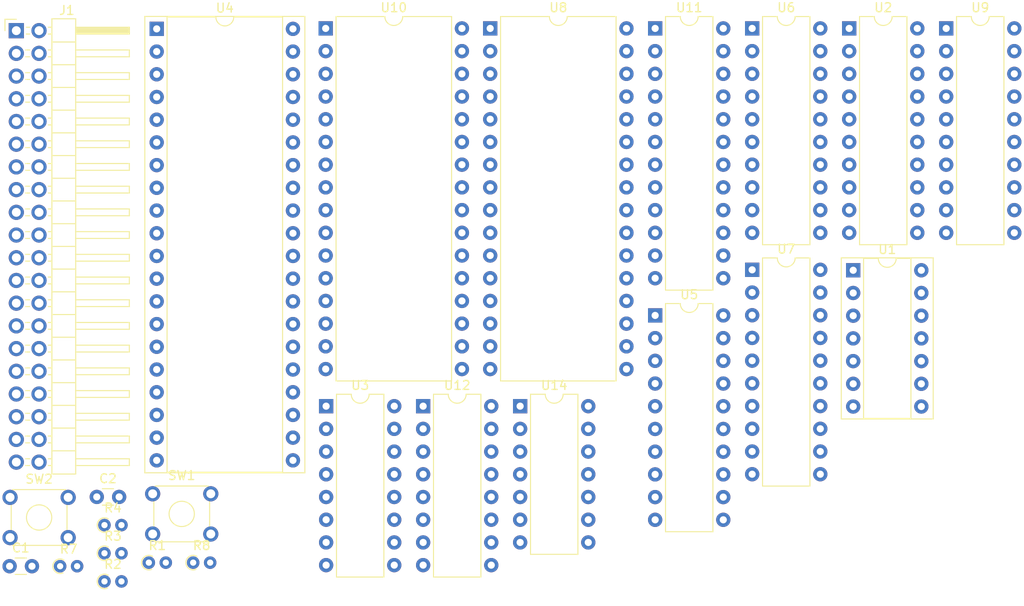
<source format=kicad_pcb>
(kicad_pcb (version 20171130) (host pcbnew "(5.1.9)-1")

  (general
    (thickness 1.6)
    (drawings 0)
    (tracks 0)
    (zones 0)
    (modules 24)
    (nets 176)
  )

  (page A4)
  (layers
    (0 F.Cu signal)
    (31 B.Cu signal)
    (32 B.Adhes user)
    (33 F.Adhes user)
    (34 B.Paste user)
    (35 F.Paste user)
    (36 B.SilkS user)
    (37 F.SilkS user)
    (38 B.Mask user)
    (39 F.Mask user)
    (40 Dwgs.User user)
    (41 Cmts.User user)
    (42 Eco1.User user)
    (43 Eco2.User user)
    (44 Edge.Cuts user)
    (45 Margin user)
    (46 B.CrtYd user)
    (47 F.CrtYd user)
    (48 B.Fab user)
    (49 F.Fab user)
  )

  (setup
    (last_trace_width 0.25)
    (trace_clearance 0.2)
    (zone_clearance 0.508)
    (zone_45_only no)
    (trace_min 0.2)
    (via_size 0.8)
    (via_drill 0.4)
    (via_min_size 0.4)
    (via_min_drill 0.3)
    (uvia_size 0.3)
    (uvia_drill 0.1)
    (uvias_allowed no)
    (uvia_min_size 0.2)
    (uvia_min_drill 0.1)
    (edge_width 0.05)
    (segment_width 0.2)
    (pcb_text_width 0.3)
    (pcb_text_size 1.5 1.5)
    (mod_edge_width 0.12)
    (mod_text_size 1 1)
    (mod_text_width 0.15)
    (pad_size 1.524 1.524)
    (pad_drill 0.762)
    (pad_to_mask_clearance 0.051)
    (solder_mask_min_width 0.25)
    (aux_axis_origin 0 0)
    (visible_elements 7FFFFFFF)
    (pcbplotparams
      (layerselection 0x010fc_ffffffff)
      (usegerberextensions false)
      (usegerberattributes false)
      (usegerberadvancedattributes false)
      (creategerberjobfile false)
      (excludeedgelayer true)
      (linewidth 0.100000)
      (plotframeref false)
      (viasonmask false)
      (mode 1)
      (useauxorigin false)
      (hpglpennumber 1)
      (hpglpenspeed 20)
      (hpglpendiameter 15.000000)
      (psnegative false)
      (psa4output false)
      (plotreference true)
      (plotvalue true)
      (plotinvisibletext false)
      (padsonsilk false)
      (subtractmaskfromsilk false)
      (outputformat 1)
      (mirror false)
      (drillshape 1)
      (scaleselection 1)
      (outputdirectory ""))
  )

  (net 0 "")
  (net 1 GND)
  (net 2 "Net-(C1-Pad1)")
  (net 3 "Net-(C2-Pad1)")
  (net 4 ZRESET)
  (net 5 ZBUSACK)
  (net 6 ZINT)
  (net 7 ZBUSRQ)
  (net 8 ZWAIT)
  (net 9 ZNMI)
  (net 10 ZA15)
  (net 11 ZA14)
  (net 12 ZA13)
  (net 13 ZA12)
  (net 14 ZA11)
  (net 15 ZA10)
  (net 16 ZA9)
  (net 17 ZA8)
  (net 18 ZA7)
  (net 19 ZA6)
  (net 20 ZA5)
  (net 21 ZA4)
  (net 22 ZA3)
  (net 23 ZA2)
  (net 24 ZA1)
  (net 25 ZA0)
  (net 26 ZD7)
  (net 27 ZD6)
  (net 28 ZD5)
  (net 29 ZD4)
  (net 30 ZD3)
  (net 31 ZD2)
  (net 32 ZD1)
  (net 33 ZD0)
  (net 34 *CPUMEM)
  (net 35 *EXTMEM)
  (net 36 ZWR)
  (net 37 ZRD)
  (net 38 ZIORQ)
  (net 39 ZMREQ)
  (net 40 +5V)
  (net 41 "Net-(R1-Pad2)")
  (net 42 "Net-(R3-Pad2)")
  (net 43 "Net-(R7-Pad2)")
  (net 44 "Net-(R7-Pad1)")
  (net 45 "Net-(R8-Pad2)")
  (net 46 "Net-(U1-Pad1)")
  (net 47 "Net-(U1-Pad10)")
  (net 48 "Net-(U1-Pad11)")
  (net 49 "Net-(U1-Pad4)")
  (net 50 "Net-(U1-Pad8)")
  (net 51 "Net-(U1-Pad6)")
  (net 52 "Net-(U1-Pad2)")
  (net 53 "Net-(U1-Pad3)")
  (net 54 ~MRD~)
  (net 55 "Net-(U2-Pad17)")
  (net 56 ~MWR~)
  (net 57 "Net-(U2-Pad15)")
  (net 58 ~IN~)
  (net 59 ~WAIT~)
  (net 60 ~OUT~)
  (net 61 ~INT~)
  (net 62 "Net-(U2-Pad9)")
  (net 63 "Net-(U2-Pad7)")
  (net 64 "Net-(U2-Pad5)")
  (net 65 "Net-(U2-Pad3)")
  (net 66 "Net-(U2-Pad1)")
  (net 67 "Net-(U4-Pad40)")
  (net 68 "Net-(U4-Pad39)")
  (net 69 "Net-(U4-Pad38)")
  (net 70 "Net-(U4-Pad18)")
  (net 71 "Net-(U4-Pad37)")
  (net 72 "Net-(U4-Pad36)")
  (net 73 "Net-(U4-Pad35)")
  (net 74 "Net-(U4-Pad15)")
  (net 75 "Net-(U4-Pad34)")
  (net 76 "Net-(U4-Pad14)")
  (net 77 "Net-(U4-Pad33)")
  (net 78 "Net-(U4-Pad13)")
  (net 79 "Net-(U4-Pad32)")
  (net 80 "Net-(U4-Pad12)")
  (net 81 "Net-(U4-Pad31)")
  (net 82 "Net-(U4-Pad30)")
  (net 83 "Net-(U4-Pad10)")
  (net 84 "Net-(U4-Pad9)")
  (net 85 "Net-(U4-Pad28)")
  (net 86 "Net-(U4-Pad8)")
  (net 87 "Net-(U4-Pad27)")
  (net 88 "Net-(U4-Pad7)")
  (net 89 "Net-(U4-Pad6)")
  (net 90 "Net-(U4-Pad25)")
  (net 91 "Net-(U4-Pad5)")
  (net 92 "Net-(U4-Pad4)")
  (net 93 "Net-(U4-Pad23)")
  (net 94 "Net-(U4-Pad3)")
  (net 95 "Net-(U4-Pad2)")
  (net 96 "Net-(U4-Pad1)")
  (net 97 A0)
  (net 98 A1)
  (net 99 A2)
  (net 100 A3)
  (net 101 A4)
  (net 102 A5)
  (net 103 A6)
  (net 104 A7)
  (net 105 A8)
  (net 106 A9)
  (net 107 A10)
  (net 108 A11)
  (net 109 A12)
  (net 110 A13)
  (net 111 A14)
  (net 112 A15)
  (net 113 D0)
  (net 114 D1)
  (net 115 D2)
  (net 116 D3)
  (net 117 D4)
  (net 118 D5)
  (net 119 D6)
  (net 120 D7)
  (net 121 RAMA15)
  (net 122 \RAMCS)
  (net 123 RAMA16)
  (net 124 "Net-(U8-Pad1)")
  (net 125 "Net-(U10-Pad1)")
  (net 126 /ramAltHigh)
  (net 127 "Net-(U10-Pad30)")
  (net 128 /ramAltLow)
  (net 129 "Net-(U10-Pad2)")
  (net 130 /~rom~ram)
  (net 131 "Net-(U10-Pad3)")
  (net 132 BIOL)
  (net 133 \ROMCS)
  (net 134 "Net-(U11-Pad22)")
  (net 135 "Net-(U12-Pad16)")
  (net 136 "Net-(U12-Pad15)")
  (net 137 "Net-(U12-Pad14)")
  (net 138 "Net-(U12-Pad13)")
  (net 139 "Net-(U12-Pad12)")
  (net 140 "Net-(U12-Pad11)")
  (net 141 "Net-(U12-Pad10)")
  (net 142 "Net-(U12-Pad9)")
  (net 143 "Net-(U12-Pad8)")
  (net 144 "Net-(U12-Pad7)")
  (net 145 "Net-(U12-Pad6)")
  (net 146 "Net-(U12-Pad5)")
  (net 147 "Net-(U12-Pad4)")
  (net 148 "Net-(U12-Pad3)")
  (net 149 "Net-(U12-Pad2)")
  (net 150 "Net-(U12-Pad1)")
  (net 151 "Net-(R8-Pad1)")
  (net 152 "Net-(U3-Pad16)")
  (net 153 "Net-(U3-Pad8)")
  (net 154 "Net-(U3-Pad15)")
  (net 155 "Net-(U3-Pad7)")
  (net 156 "Net-(U3-Pad14)")
  (net 157 "Net-(U3-Pad6)")
  (net 158 "Net-(U3-Pad13)")
  (net 159 "Net-(U3-Pad5)")
  (net 160 "Net-(U3-Pad12)")
  (net 161 "Net-(U3-Pad4)")
  (net 162 "Net-(U3-Pad11)")
  (net 163 "Net-(U3-Pad3)")
  (net 164 "Net-(U3-Pad10)")
  (net 165 "Net-(U3-Pad2)")
  (net 166 "Net-(U3-Pad9)")
  (net 167 "Net-(U3-Pad1)")
  (net 168 "Net-(U14-Pad14)")
  (net 169 "Net-(U14-Pad7)")
  (net 170 "Net-(U14-Pad13)")
  (net 171 "Net-(U14-Pad12)")
  (net 172 "Net-(U14-Pad11)")
  (net 173 "Net-(U14-Pad10)")
  (net 174 "Net-(U14-Pad9)")
  (net 175 "Net-(U14-Pad8)")

  (net_class Default "This is the default net class."
    (clearance 0.2)
    (trace_width 0.25)
    (via_dia 0.8)
    (via_drill 0.4)
    (uvia_dia 0.3)
    (uvia_drill 0.1)
    (add_net *CPUMEM)
    (add_net *EXTMEM)
    (add_net +5V)
    (add_net /ramAltHigh)
    (add_net /ramAltLow)
    (add_net /~rom~ram)
    (add_net A0)
    (add_net A1)
    (add_net A10)
    (add_net A11)
    (add_net A12)
    (add_net A13)
    (add_net A14)
    (add_net A15)
    (add_net A2)
    (add_net A3)
    (add_net A4)
    (add_net A5)
    (add_net A6)
    (add_net A7)
    (add_net A8)
    (add_net A9)
    (add_net BIOL)
    (add_net D0)
    (add_net D1)
    (add_net D2)
    (add_net D3)
    (add_net D4)
    (add_net D5)
    (add_net D6)
    (add_net D7)
    (add_net GND)
    (add_net "Net-(C1-Pad1)")
    (add_net "Net-(C2-Pad1)")
    (add_net "Net-(R1-Pad2)")
    (add_net "Net-(R3-Pad2)")
    (add_net "Net-(R7-Pad1)")
    (add_net "Net-(R7-Pad2)")
    (add_net "Net-(R8-Pad1)")
    (add_net "Net-(R8-Pad2)")
    (add_net "Net-(U1-Pad1)")
    (add_net "Net-(U1-Pad10)")
    (add_net "Net-(U1-Pad11)")
    (add_net "Net-(U1-Pad2)")
    (add_net "Net-(U1-Pad3)")
    (add_net "Net-(U1-Pad4)")
    (add_net "Net-(U1-Pad6)")
    (add_net "Net-(U1-Pad8)")
    (add_net "Net-(U10-Pad1)")
    (add_net "Net-(U10-Pad2)")
    (add_net "Net-(U10-Pad3)")
    (add_net "Net-(U10-Pad30)")
    (add_net "Net-(U11-Pad22)")
    (add_net "Net-(U12-Pad1)")
    (add_net "Net-(U12-Pad10)")
    (add_net "Net-(U12-Pad11)")
    (add_net "Net-(U12-Pad12)")
    (add_net "Net-(U12-Pad13)")
    (add_net "Net-(U12-Pad14)")
    (add_net "Net-(U12-Pad15)")
    (add_net "Net-(U12-Pad16)")
    (add_net "Net-(U12-Pad2)")
    (add_net "Net-(U12-Pad3)")
    (add_net "Net-(U12-Pad4)")
    (add_net "Net-(U12-Pad5)")
    (add_net "Net-(U12-Pad6)")
    (add_net "Net-(U12-Pad7)")
    (add_net "Net-(U12-Pad8)")
    (add_net "Net-(U12-Pad9)")
    (add_net "Net-(U14-Pad10)")
    (add_net "Net-(U14-Pad11)")
    (add_net "Net-(U14-Pad12)")
    (add_net "Net-(U14-Pad13)")
    (add_net "Net-(U14-Pad14)")
    (add_net "Net-(U14-Pad7)")
    (add_net "Net-(U14-Pad8)")
    (add_net "Net-(U14-Pad9)")
    (add_net "Net-(U2-Pad1)")
    (add_net "Net-(U2-Pad15)")
    (add_net "Net-(U2-Pad17)")
    (add_net "Net-(U2-Pad3)")
    (add_net "Net-(U2-Pad5)")
    (add_net "Net-(U2-Pad7)")
    (add_net "Net-(U2-Pad9)")
    (add_net "Net-(U3-Pad1)")
    (add_net "Net-(U3-Pad10)")
    (add_net "Net-(U3-Pad11)")
    (add_net "Net-(U3-Pad12)")
    (add_net "Net-(U3-Pad13)")
    (add_net "Net-(U3-Pad14)")
    (add_net "Net-(U3-Pad15)")
    (add_net "Net-(U3-Pad16)")
    (add_net "Net-(U3-Pad2)")
    (add_net "Net-(U3-Pad3)")
    (add_net "Net-(U3-Pad4)")
    (add_net "Net-(U3-Pad5)")
    (add_net "Net-(U3-Pad6)")
    (add_net "Net-(U3-Pad7)")
    (add_net "Net-(U3-Pad8)")
    (add_net "Net-(U3-Pad9)")
    (add_net "Net-(U4-Pad1)")
    (add_net "Net-(U4-Pad10)")
    (add_net "Net-(U4-Pad12)")
    (add_net "Net-(U4-Pad13)")
    (add_net "Net-(U4-Pad14)")
    (add_net "Net-(U4-Pad15)")
    (add_net "Net-(U4-Pad18)")
    (add_net "Net-(U4-Pad2)")
    (add_net "Net-(U4-Pad23)")
    (add_net "Net-(U4-Pad25)")
    (add_net "Net-(U4-Pad27)")
    (add_net "Net-(U4-Pad28)")
    (add_net "Net-(U4-Pad3)")
    (add_net "Net-(U4-Pad30)")
    (add_net "Net-(U4-Pad31)")
    (add_net "Net-(U4-Pad32)")
    (add_net "Net-(U4-Pad33)")
    (add_net "Net-(U4-Pad34)")
    (add_net "Net-(U4-Pad35)")
    (add_net "Net-(U4-Pad36)")
    (add_net "Net-(U4-Pad37)")
    (add_net "Net-(U4-Pad38)")
    (add_net "Net-(U4-Pad39)")
    (add_net "Net-(U4-Pad4)")
    (add_net "Net-(U4-Pad40)")
    (add_net "Net-(U4-Pad5)")
    (add_net "Net-(U4-Pad6)")
    (add_net "Net-(U4-Pad7)")
    (add_net "Net-(U4-Pad8)")
    (add_net "Net-(U4-Pad9)")
    (add_net "Net-(U8-Pad1)")
    (add_net RAMA15)
    (add_net RAMA16)
    (add_net ZA0)
    (add_net ZA1)
    (add_net ZA10)
    (add_net ZA11)
    (add_net ZA12)
    (add_net ZA13)
    (add_net ZA14)
    (add_net ZA15)
    (add_net ZA2)
    (add_net ZA3)
    (add_net ZA4)
    (add_net ZA5)
    (add_net ZA6)
    (add_net ZA7)
    (add_net ZA8)
    (add_net ZA9)
    (add_net ZBUSACK)
    (add_net ZBUSRQ)
    (add_net ZD0)
    (add_net ZD1)
    (add_net ZD2)
    (add_net ZD3)
    (add_net ZD4)
    (add_net ZD5)
    (add_net ZD6)
    (add_net ZD7)
    (add_net ZINT)
    (add_net ZIORQ)
    (add_net ZMREQ)
    (add_net ZNMI)
    (add_net ZRD)
    (add_net ZRESET)
    (add_net ZWAIT)
    (add_net ZWR)
    (add_net \RAMCS)
    (add_net \ROMCS)
    (add_net ~INT~)
    (add_net ~IN~)
    (add_net ~MRD~)
    (add_net ~MWR~)
    (add_net ~OUT~)
    (add_net ~WAIT~)
  )

  (module Package_DIP:DIP-14_W7.62mm (layer F.Cu) (tedit 5A02E8C5) (tstamp 5FFAFAF0)
    (at 142.4694 76.4356)
    (descr "14-lead though-hole mounted DIP package, row spacing 7.62 mm (300 mils)")
    (tags "THT DIP DIL PDIP 2.54mm 7.62mm 300mil")
    (path /60164CF4)
    (fp_text reference U14 (at 3.81 -2.33) (layer F.SilkS)
      (effects (font (size 1 1) (thickness 0.15)))
    )
    (fp_text value 74LS132N (at 3.81 17.57) (layer F.Fab)
      (effects (font (size 1 1) (thickness 0.15)))
    )
    (fp_text user %R (at 3.81 7.62) (layer F.Fab)
      (effects (font (size 1 1) (thickness 0.15)))
    )
    (fp_arc (start 3.81 -1.33) (end 2.81 -1.33) (angle -180) (layer F.SilkS) (width 0.12))
    (fp_line (start 1.635 -1.27) (end 6.985 -1.27) (layer F.Fab) (width 0.1))
    (fp_line (start 6.985 -1.27) (end 6.985 16.51) (layer F.Fab) (width 0.1))
    (fp_line (start 6.985 16.51) (end 0.635 16.51) (layer F.Fab) (width 0.1))
    (fp_line (start 0.635 16.51) (end 0.635 -0.27) (layer F.Fab) (width 0.1))
    (fp_line (start 0.635 -0.27) (end 1.635 -1.27) (layer F.Fab) (width 0.1))
    (fp_line (start 2.81 -1.33) (end 1.16 -1.33) (layer F.SilkS) (width 0.12))
    (fp_line (start 1.16 -1.33) (end 1.16 16.57) (layer F.SilkS) (width 0.12))
    (fp_line (start 1.16 16.57) (end 6.46 16.57) (layer F.SilkS) (width 0.12))
    (fp_line (start 6.46 16.57) (end 6.46 -1.33) (layer F.SilkS) (width 0.12))
    (fp_line (start 6.46 -1.33) (end 4.81 -1.33) (layer F.SilkS) (width 0.12))
    (fp_line (start -1.1 -1.55) (end -1.1 16.8) (layer F.CrtYd) (width 0.05))
    (fp_line (start -1.1 16.8) (end 8.7 16.8) (layer F.CrtYd) (width 0.05))
    (fp_line (start 8.7 16.8) (end 8.7 -1.55) (layer F.CrtYd) (width 0.05))
    (fp_line (start 8.7 -1.55) (end -1.1 -1.55) (layer F.CrtYd) (width 0.05))
    (pad 14 thru_hole oval (at 7.62 0) (size 1.6 1.6) (drill 0.8) (layers *.Cu *.Mask)
      (net 168 "Net-(U14-Pad14)"))
    (pad 7 thru_hole oval (at 0 15.24) (size 1.6 1.6) (drill 0.8) (layers *.Cu *.Mask)
      (net 169 "Net-(U14-Pad7)"))
    (pad 13 thru_hole oval (at 7.62 2.54) (size 1.6 1.6) (drill 0.8) (layers *.Cu *.Mask)
      (net 170 "Net-(U14-Pad13)"))
    (pad 6 thru_hole oval (at 0 12.7) (size 1.6 1.6) (drill 0.8) (layers *.Cu *.Mask)
      (net 45 "Net-(R8-Pad2)"))
    (pad 12 thru_hole oval (at 7.62 5.08) (size 1.6 1.6) (drill 0.8) (layers *.Cu *.Mask)
      (net 171 "Net-(U14-Pad12)"))
    (pad 5 thru_hole oval (at 0 10.16) (size 1.6 1.6) (drill 0.8) (layers *.Cu *.Mask)
      (net 3 "Net-(C2-Pad1)"))
    (pad 11 thru_hole oval (at 7.62 7.62) (size 1.6 1.6) (drill 0.8) (layers *.Cu *.Mask)
      (net 172 "Net-(U14-Pad11)"))
    (pad 4 thru_hole oval (at 0 7.62) (size 1.6 1.6) (drill 0.8) (layers *.Cu *.Mask)
      (net 3 "Net-(C2-Pad1)"))
    (pad 10 thru_hole oval (at 7.62 10.16) (size 1.6 1.6) (drill 0.8) (layers *.Cu *.Mask)
      (net 173 "Net-(U14-Pad10)"))
    (pad 3 thru_hole oval (at 0 5.08) (size 1.6 1.6) (drill 0.8) (layers *.Cu *.Mask)
      (net 43 "Net-(R7-Pad2)"))
    (pad 9 thru_hole oval (at 7.62 12.7) (size 1.6 1.6) (drill 0.8) (layers *.Cu *.Mask)
      (net 174 "Net-(U14-Pad9)"))
    (pad 2 thru_hole oval (at 0 2.54) (size 1.6 1.6) (drill 0.8) (layers *.Cu *.Mask)
      (net 2 "Net-(C1-Pad1)"))
    (pad 8 thru_hole oval (at 7.62 15.24) (size 1.6 1.6) (drill 0.8) (layers *.Cu *.Mask)
      (net 175 "Net-(U14-Pad8)"))
    (pad 1 thru_hole rect (at 0 0) (size 1.6 1.6) (drill 0.8) (layers *.Cu *.Mask)
      (net 2 "Net-(C1-Pad1)"))
    (model ${KISYS3DMOD}/Package_DIP.3dshapes/DIP-14_W7.62mm.wrl
      (at (xyz 0 0 0))
      (scale (xyz 1 1 1))
      (rotate (xyz 0 0 0))
    )
  )

  (module Package_DIP:DIP-16_W7.62mm (layer F.Cu) (tedit 5A02E8C5) (tstamp 5FFAFACE)
    (at 131.6194 76.4356)
    (descr "16-lead though-hole mounted DIP package, row spacing 7.62 mm (300 mils)")
    (tags "THT DIP DIL PDIP 2.54mm 7.62mm 300mil")
    (path /5FFB2F42)
    (fp_text reference U12 (at 3.81 -2.33) (layer F.SilkS)
      (effects (font (size 1 1) (thickness 0.15)))
    )
    (fp_text value 74LS670N (at 3.81 20.11) (layer F.Fab)
      (effects (font (size 1 1) (thickness 0.15)))
    )
    (fp_text user %R (at 3.81 8.89) (layer F.Fab)
      (effects (font (size 1 1) (thickness 0.15)))
    )
    (fp_arc (start 3.81 -1.33) (end 2.81 -1.33) (angle -180) (layer F.SilkS) (width 0.12))
    (fp_line (start 1.635 -1.27) (end 6.985 -1.27) (layer F.Fab) (width 0.1))
    (fp_line (start 6.985 -1.27) (end 6.985 19.05) (layer F.Fab) (width 0.1))
    (fp_line (start 6.985 19.05) (end 0.635 19.05) (layer F.Fab) (width 0.1))
    (fp_line (start 0.635 19.05) (end 0.635 -0.27) (layer F.Fab) (width 0.1))
    (fp_line (start 0.635 -0.27) (end 1.635 -1.27) (layer F.Fab) (width 0.1))
    (fp_line (start 2.81 -1.33) (end 1.16 -1.33) (layer F.SilkS) (width 0.12))
    (fp_line (start 1.16 -1.33) (end 1.16 19.11) (layer F.SilkS) (width 0.12))
    (fp_line (start 1.16 19.11) (end 6.46 19.11) (layer F.SilkS) (width 0.12))
    (fp_line (start 6.46 19.11) (end 6.46 -1.33) (layer F.SilkS) (width 0.12))
    (fp_line (start 6.46 -1.33) (end 4.81 -1.33) (layer F.SilkS) (width 0.12))
    (fp_line (start -1.1 -1.55) (end -1.1 19.3) (layer F.CrtYd) (width 0.05))
    (fp_line (start -1.1 19.3) (end 8.7 19.3) (layer F.CrtYd) (width 0.05))
    (fp_line (start 8.7 19.3) (end 8.7 -1.55) (layer F.CrtYd) (width 0.05))
    (fp_line (start 8.7 -1.55) (end -1.1 -1.55) (layer F.CrtYd) (width 0.05))
    (pad 16 thru_hole oval (at 7.62 0) (size 1.6 1.6) (drill 0.8) (layers *.Cu *.Mask)
      (net 135 "Net-(U12-Pad16)"))
    (pad 8 thru_hole oval (at 0 17.78) (size 1.6 1.6) (drill 0.8) (layers *.Cu *.Mask)
      (net 143 "Net-(U12-Pad8)"))
    (pad 15 thru_hole oval (at 7.62 2.54) (size 1.6 1.6) (drill 0.8) (layers *.Cu *.Mask)
      (net 136 "Net-(U12-Pad15)"))
    (pad 7 thru_hole oval (at 0 15.24) (size 1.6 1.6) (drill 0.8) (layers *.Cu *.Mask)
      (net 144 "Net-(U12-Pad7)"))
    (pad 14 thru_hole oval (at 7.62 5.08) (size 1.6 1.6) (drill 0.8) (layers *.Cu *.Mask)
      (net 137 "Net-(U12-Pad14)"))
    (pad 6 thru_hole oval (at 0 12.7) (size 1.6 1.6) (drill 0.8) (layers *.Cu *.Mask)
      (net 145 "Net-(U12-Pad6)"))
    (pad 13 thru_hole oval (at 7.62 7.62) (size 1.6 1.6) (drill 0.8) (layers *.Cu *.Mask)
      (net 138 "Net-(U12-Pad13)"))
    (pad 5 thru_hole oval (at 0 10.16) (size 1.6 1.6) (drill 0.8) (layers *.Cu *.Mask)
      (net 146 "Net-(U12-Pad5)"))
    (pad 12 thru_hole oval (at 7.62 10.16) (size 1.6 1.6) (drill 0.8) (layers *.Cu *.Mask)
      (net 139 "Net-(U12-Pad12)"))
    (pad 4 thru_hole oval (at 0 7.62) (size 1.6 1.6) (drill 0.8) (layers *.Cu *.Mask)
      (net 147 "Net-(U12-Pad4)"))
    (pad 11 thru_hole oval (at 7.62 12.7) (size 1.6 1.6) (drill 0.8) (layers *.Cu *.Mask)
      (net 140 "Net-(U12-Pad11)"))
    (pad 3 thru_hole oval (at 0 5.08) (size 1.6 1.6) (drill 0.8) (layers *.Cu *.Mask)
      (net 148 "Net-(U12-Pad3)"))
    (pad 10 thru_hole oval (at 7.62 15.24) (size 1.6 1.6) (drill 0.8) (layers *.Cu *.Mask)
      (net 141 "Net-(U12-Pad10)"))
    (pad 2 thru_hole oval (at 0 2.54) (size 1.6 1.6) (drill 0.8) (layers *.Cu *.Mask)
      (net 149 "Net-(U12-Pad2)"))
    (pad 9 thru_hole oval (at 7.62 17.78) (size 1.6 1.6) (drill 0.8) (layers *.Cu *.Mask)
      (net 142 "Net-(U12-Pad9)"))
    (pad 1 thru_hole rect (at 0 0) (size 1.6 1.6) (drill 0.8) (layers *.Cu *.Mask)
      (net 150 "Net-(U12-Pad1)"))
    (model ${KISYS3DMOD}/Package_DIP.3dshapes/DIP-16_W7.62mm.wrl
      (at (xyz 0 0 0))
      (scale (xyz 1 1 1))
      (rotate (xyz 0 0 0))
    )
  )

  (module Package_DIP:DIP-24_W7.62mm (layer F.Cu) (tedit 5A02E8C5) (tstamp 5FFAFAAA)
    (at 157.5694 34.1856)
    (descr "24-lead though-hole mounted DIP package, row spacing 7.62 mm (300 mils)")
    (tags "THT DIP DIL PDIP 2.54mm 7.62mm 300mil")
    (path /5F4087E3)
    (fp_text reference U11 (at 3.81 -2.33) (layer F.SilkS)
      (effects (font (size 1 1) (thickness 0.15)))
    )
    (fp_text value GAL22V10 (at 3.81 30.27) (layer F.Fab)
      (effects (font (size 1 1) (thickness 0.15)))
    )
    (fp_text user %R (at 3.81 13.97) (layer F.Fab)
      (effects (font (size 1 1) (thickness 0.15)))
    )
    (fp_arc (start 3.81 -1.33) (end 2.81 -1.33) (angle -180) (layer F.SilkS) (width 0.12))
    (fp_line (start 1.635 -1.27) (end 6.985 -1.27) (layer F.Fab) (width 0.1))
    (fp_line (start 6.985 -1.27) (end 6.985 29.21) (layer F.Fab) (width 0.1))
    (fp_line (start 6.985 29.21) (end 0.635 29.21) (layer F.Fab) (width 0.1))
    (fp_line (start 0.635 29.21) (end 0.635 -0.27) (layer F.Fab) (width 0.1))
    (fp_line (start 0.635 -0.27) (end 1.635 -1.27) (layer F.Fab) (width 0.1))
    (fp_line (start 2.81 -1.33) (end 1.16 -1.33) (layer F.SilkS) (width 0.12))
    (fp_line (start 1.16 -1.33) (end 1.16 29.27) (layer F.SilkS) (width 0.12))
    (fp_line (start 1.16 29.27) (end 6.46 29.27) (layer F.SilkS) (width 0.12))
    (fp_line (start 6.46 29.27) (end 6.46 -1.33) (layer F.SilkS) (width 0.12))
    (fp_line (start 6.46 -1.33) (end 4.81 -1.33) (layer F.SilkS) (width 0.12))
    (fp_line (start -1.1 -1.55) (end -1.1 29.5) (layer F.CrtYd) (width 0.05))
    (fp_line (start -1.1 29.5) (end 8.7 29.5) (layer F.CrtYd) (width 0.05))
    (fp_line (start 8.7 29.5) (end 8.7 -1.55) (layer F.CrtYd) (width 0.05))
    (fp_line (start 8.7 -1.55) (end -1.1 -1.55) (layer F.CrtYd) (width 0.05))
    (pad 24 thru_hole oval (at 7.62 0) (size 1.6 1.6) (drill 0.8) (layers *.Cu *.Mask)
      (net 40 +5V))
    (pad 12 thru_hole oval (at 0 27.94) (size 1.6 1.6) (drill 0.8) (layers *.Cu *.Mask)
      (net 1 GND))
    (pad 23 thru_hole oval (at 7.62 2.54) (size 1.6 1.6) (drill 0.8) (layers *.Cu *.Mask)
      (net 132 BIOL))
    (pad 11 thru_hole oval (at 0 25.4) (size 1.6 1.6) (drill 0.8) (layers *.Cu *.Mask)
      (net 38 ZIORQ))
    (pad 22 thru_hole oval (at 7.62 5.08) (size 1.6 1.6) (drill 0.8) (layers *.Cu *.Mask)
      (net 134 "Net-(U11-Pad22)"))
    (pad 10 thru_hole oval (at 0 22.86) (size 1.6 1.6) (drill 0.8) (layers *.Cu *.Mask)
      (net 36 ZWR))
    (pad 21 thru_hole oval (at 7.62 7.62) (size 1.6 1.6) (drill 0.8) (layers *.Cu *.Mask)
      (net 122 \RAMCS))
    (pad 9 thru_hole oval (at 0 20.32) (size 1.6 1.6) (drill 0.8) (layers *.Cu *.Mask)
      (net 25 ZA0))
    (pad 20 thru_hole oval (at 7.62 10.16) (size 1.6 1.6) (drill 0.8) (layers *.Cu *.Mask)
      (net 133 \ROMCS))
    (pad 8 thru_hole oval (at 0 17.78) (size 1.6 1.6) (drill 0.8) (layers *.Cu *.Mask)
      (net 24 ZA1))
    (pad 19 thru_hole oval (at 7.62 12.7) (size 1.6 1.6) (drill 0.8) (layers *.Cu *.Mask)
      (net 123 RAMA16))
    (pad 7 thru_hole oval (at 0 15.24) (size 1.6 1.6) (drill 0.8) (layers *.Cu *.Mask)
      (net 23 ZA2))
    (pad 18 thru_hole oval (at 7.62 15.24) (size 1.6 1.6) (drill 0.8) (layers *.Cu *.Mask)
      (net 121 RAMA15))
    (pad 6 thru_hole oval (at 0 12.7) (size 1.6 1.6) (drill 0.8) (layers *.Cu *.Mask)
      (net 22 ZA3))
    (pad 17 thru_hole oval (at 7.62 17.78) (size 1.6 1.6) (drill 0.8) (layers *.Cu *.Mask)
      (net 10 ZA15))
    (pad 5 thru_hole oval (at 0 10.16) (size 1.6 1.6) (drill 0.8) (layers *.Cu *.Mask)
      (net 21 ZA4))
    (pad 16 thru_hole oval (at 7.62 20.32) (size 1.6 1.6) (drill 0.8) (layers *.Cu *.Mask)
      (net 128 /ramAltLow))
    (pad 4 thru_hole oval (at 0 7.62) (size 1.6 1.6) (drill 0.8) (layers *.Cu *.Mask)
      (net 20 ZA5))
    (pad 15 thru_hole oval (at 7.62 22.86) (size 1.6 1.6) (drill 0.8) (layers *.Cu *.Mask)
      (net 126 /ramAltHigh))
    (pad 3 thru_hole oval (at 0 5.08) (size 1.6 1.6) (drill 0.8) (layers *.Cu *.Mask)
      (net 19 ZA6))
    (pad 14 thru_hole oval (at 7.62 25.4) (size 1.6 1.6) (drill 0.8) (layers *.Cu *.Mask)
      (net 130 /~rom~ram))
    (pad 2 thru_hole oval (at 0 2.54) (size 1.6 1.6) (drill 0.8) (layers *.Cu *.Mask)
      (net 18 ZA7))
    (pad 13 thru_hole oval (at 7.62 27.94) (size 1.6 1.6) (drill 0.8) (layers *.Cu *.Mask)
      (net 35 *EXTMEM))
    (pad 1 thru_hole rect (at 0 0) (size 1.6 1.6) (drill 0.8) (layers *.Cu *.Mask)
      (net 39 ZMREQ))
    (model ${KISYS3DMOD}/Package_DIP.3dshapes/DIP-24_W7.62mm.wrl
      (at (xyz 0 0 0))
      (scale (xyz 1 1 1))
      (rotate (xyz 0 0 0))
    )
  )

  (module Package_DIP:DIP-32_W15.24mm (layer F.Cu) (tedit 5A02E8C5) (tstamp 5FFAFA7E)
    (at 120.7194 34.1856)
    (descr "32-lead though-hole mounted DIP package, row spacing 15.24 mm (600 mils)")
    (tags "THT DIP DIL PDIP 2.54mm 15.24mm 600mil")
    (path /5F25A808)
    (fp_text reference U10 (at 7.62 -2.33) (layer F.SilkS)
      (effects (font (size 1 1) (thickness 0.15)))
    )
    (fp_text value SST39SF040 (at 7.62 40.43) (layer F.Fab)
      (effects (font (size 1 1) (thickness 0.15)))
    )
    (fp_text user %R (at 7.62 19.05) (layer F.Fab)
      (effects (font (size 1 1) (thickness 0.15)))
    )
    (fp_arc (start 7.62 -1.33) (end 6.62 -1.33) (angle -180) (layer F.SilkS) (width 0.12))
    (fp_line (start 1.255 -1.27) (end 14.985 -1.27) (layer F.Fab) (width 0.1))
    (fp_line (start 14.985 -1.27) (end 14.985 39.37) (layer F.Fab) (width 0.1))
    (fp_line (start 14.985 39.37) (end 0.255 39.37) (layer F.Fab) (width 0.1))
    (fp_line (start 0.255 39.37) (end 0.255 -0.27) (layer F.Fab) (width 0.1))
    (fp_line (start 0.255 -0.27) (end 1.255 -1.27) (layer F.Fab) (width 0.1))
    (fp_line (start 6.62 -1.33) (end 1.16 -1.33) (layer F.SilkS) (width 0.12))
    (fp_line (start 1.16 -1.33) (end 1.16 39.43) (layer F.SilkS) (width 0.12))
    (fp_line (start 1.16 39.43) (end 14.08 39.43) (layer F.SilkS) (width 0.12))
    (fp_line (start 14.08 39.43) (end 14.08 -1.33) (layer F.SilkS) (width 0.12))
    (fp_line (start 14.08 -1.33) (end 8.62 -1.33) (layer F.SilkS) (width 0.12))
    (fp_line (start -1.05 -1.55) (end -1.05 39.65) (layer F.CrtYd) (width 0.05))
    (fp_line (start -1.05 39.65) (end 16.3 39.65) (layer F.CrtYd) (width 0.05))
    (fp_line (start 16.3 39.65) (end 16.3 -1.55) (layer F.CrtYd) (width 0.05))
    (fp_line (start 16.3 -1.55) (end -1.05 -1.55) (layer F.CrtYd) (width 0.05))
    (pad 32 thru_hole oval (at 15.24 0) (size 1.6 1.6) (drill 0.8) (layers *.Cu *.Mask)
      (net 40 +5V))
    (pad 16 thru_hole oval (at 0 38.1) (size 1.6 1.6) (drill 0.8) (layers *.Cu *.Mask)
      (net 1 GND))
    (pad 31 thru_hole oval (at 15.24 2.54) (size 1.6 1.6) (drill 0.8) (layers *.Cu *.Mask)
      (net 40 +5V))
    (pad 15 thru_hole oval (at 0 35.56) (size 1.6 1.6) (drill 0.8) (layers *.Cu *.Mask)
      (net 31 ZD2))
    (pad 30 thru_hole oval (at 15.24 5.08) (size 1.6 1.6) (drill 0.8) (layers *.Cu *.Mask)
      (net 127 "Net-(U10-Pad30)"))
    (pad 14 thru_hole oval (at 0 33.02) (size 1.6 1.6) (drill 0.8) (layers *.Cu *.Mask)
      (net 32 ZD1))
    (pad 29 thru_hole oval (at 15.24 7.62) (size 1.6 1.6) (drill 0.8) (layers *.Cu *.Mask)
      (net 11 ZA14))
    (pad 13 thru_hole oval (at 0 30.48) (size 1.6 1.6) (drill 0.8) (layers *.Cu *.Mask)
      (net 33 ZD0))
    (pad 28 thru_hole oval (at 15.24 10.16) (size 1.6 1.6) (drill 0.8) (layers *.Cu *.Mask)
      (net 12 ZA13))
    (pad 12 thru_hole oval (at 0 27.94) (size 1.6 1.6) (drill 0.8) (layers *.Cu *.Mask)
      (net 25 ZA0))
    (pad 27 thru_hole oval (at 15.24 12.7) (size 1.6 1.6) (drill 0.8) (layers *.Cu *.Mask)
      (net 17 ZA8))
    (pad 11 thru_hole oval (at 0 25.4) (size 1.6 1.6) (drill 0.8) (layers *.Cu *.Mask)
      (net 24 ZA1))
    (pad 26 thru_hole oval (at 15.24 15.24) (size 1.6 1.6) (drill 0.8) (layers *.Cu *.Mask)
      (net 16 ZA9))
    (pad 10 thru_hole oval (at 0 22.86) (size 1.6 1.6) (drill 0.8) (layers *.Cu *.Mask)
      (net 23 ZA2))
    (pad 25 thru_hole oval (at 15.24 17.78) (size 1.6 1.6) (drill 0.8) (layers *.Cu *.Mask)
      (net 14 ZA11))
    (pad 9 thru_hole oval (at 0 20.32) (size 1.6 1.6) (drill 0.8) (layers *.Cu *.Mask)
      (net 22 ZA3))
    (pad 24 thru_hole oval (at 15.24 20.32) (size 1.6 1.6) (drill 0.8) (layers *.Cu *.Mask)
      (net 37 ZRD))
    (pad 8 thru_hole oval (at 0 17.78) (size 1.6 1.6) (drill 0.8) (layers *.Cu *.Mask)
      (net 21 ZA4))
    (pad 23 thru_hole oval (at 15.24 22.86) (size 1.6 1.6) (drill 0.8) (layers *.Cu *.Mask)
      (net 15 ZA10))
    (pad 7 thru_hole oval (at 0 15.24) (size 1.6 1.6) (drill 0.8) (layers *.Cu *.Mask)
      (net 20 ZA5))
    (pad 22 thru_hole oval (at 15.24 25.4) (size 1.6 1.6) (drill 0.8) (layers *.Cu *.Mask)
      (net 133 \ROMCS))
    (pad 6 thru_hole oval (at 0 12.7) (size 1.6 1.6) (drill 0.8) (layers *.Cu *.Mask)
      (net 19 ZA6))
    (pad 21 thru_hole oval (at 15.24 27.94) (size 1.6 1.6) (drill 0.8) (layers *.Cu *.Mask)
      (net 26 ZD7))
    (pad 5 thru_hole oval (at 0 10.16) (size 1.6 1.6) (drill 0.8) (layers *.Cu *.Mask)
      (net 18 ZA7))
    (pad 20 thru_hole oval (at 15.24 30.48) (size 1.6 1.6) (drill 0.8) (layers *.Cu *.Mask)
      (net 27 ZD6))
    (pad 4 thru_hole oval (at 0 7.62) (size 1.6 1.6) (drill 0.8) (layers *.Cu *.Mask)
      (net 13 ZA12))
    (pad 19 thru_hole oval (at 15.24 33.02) (size 1.6 1.6) (drill 0.8) (layers *.Cu *.Mask)
      (net 28 ZD5))
    (pad 3 thru_hole oval (at 0 5.08) (size 1.6 1.6) (drill 0.8) (layers *.Cu *.Mask)
      (net 131 "Net-(U10-Pad3)"))
    (pad 18 thru_hole oval (at 15.24 35.56) (size 1.6 1.6) (drill 0.8) (layers *.Cu *.Mask)
      (net 29 ZD4))
    (pad 2 thru_hole oval (at 0 2.54) (size 1.6 1.6) (drill 0.8) (layers *.Cu *.Mask)
      (net 129 "Net-(U10-Pad2)"))
    (pad 17 thru_hole oval (at 15.24 38.1) (size 1.6 1.6) (drill 0.8) (layers *.Cu *.Mask)
      (net 30 ZD3))
    (pad 1 thru_hole rect (at 0 0) (size 1.6 1.6) (drill 0.8) (layers *.Cu *.Mask)
      (net 125 "Net-(U10-Pad1)"))
    (model ${KISYS3DMOD}/Package_DIP.3dshapes/DIP-32_W15.24mm.wrl
      (at (xyz 0 0 0))
      (scale (xyz 1 1 1))
      (rotate (xyz 0 0 0))
    )
  )

  (module Package_DIP:DIP-20_W7.62mm (layer F.Cu) (tedit 5A02E8C5) (tstamp 5FFAFA4A)
    (at 190.1194 34.1856)
    (descr "20-lead though-hole mounted DIP package, row spacing 7.62 mm (300 mils)")
    (tags "THT DIP DIL PDIP 2.54mm 7.62mm 300mil")
    (path /5F260F67)
    (fp_text reference U9 (at 3.81 -2.33) (layer F.SilkS)
      (effects (font (size 1 1) (thickness 0.15)))
    )
    (fp_text value 74HCT273 (at 3.81 25.19) (layer F.Fab)
      (effects (font (size 1 1) (thickness 0.15)))
    )
    (fp_text user %R (at 3.81 11.43) (layer F.Fab)
      (effects (font (size 1 1) (thickness 0.15)))
    )
    (fp_arc (start 3.81 -1.33) (end 2.81 -1.33) (angle -180) (layer F.SilkS) (width 0.12))
    (fp_line (start 1.635 -1.27) (end 6.985 -1.27) (layer F.Fab) (width 0.1))
    (fp_line (start 6.985 -1.27) (end 6.985 24.13) (layer F.Fab) (width 0.1))
    (fp_line (start 6.985 24.13) (end 0.635 24.13) (layer F.Fab) (width 0.1))
    (fp_line (start 0.635 24.13) (end 0.635 -0.27) (layer F.Fab) (width 0.1))
    (fp_line (start 0.635 -0.27) (end 1.635 -1.27) (layer F.Fab) (width 0.1))
    (fp_line (start 2.81 -1.33) (end 1.16 -1.33) (layer F.SilkS) (width 0.12))
    (fp_line (start 1.16 -1.33) (end 1.16 24.19) (layer F.SilkS) (width 0.12))
    (fp_line (start 1.16 24.19) (end 6.46 24.19) (layer F.SilkS) (width 0.12))
    (fp_line (start 6.46 24.19) (end 6.46 -1.33) (layer F.SilkS) (width 0.12))
    (fp_line (start 6.46 -1.33) (end 4.81 -1.33) (layer F.SilkS) (width 0.12))
    (fp_line (start -1.1 -1.55) (end -1.1 24.4) (layer F.CrtYd) (width 0.05))
    (fp_line (start -1.1 24.4) (end 8.7 24.4) (layer F.CrtYd) (width 0.05))
    (fp_line (start 8.7 24.4) (end 8.7 -1.55) (layer F.CrtYd) (width 0.05))
    (fp_line (start 8.7 -1.55) (end -1.1 -1.55) (layer F.CrtYd) (width 0.05))
    (pad 20 thru_hole oval (at 7.62 0) (size 1.6 1.6) (drill 0.8) (layers *.Cu *.Mask)
      (net 40 +5V))
    (pad 10 thru_hole oval (at 0 22.86) (size 1.6 1.6) (drill 0.8) (layers *.Cu *.Mask)
      (net 1 GND))
    (pad 19 thru_hole oval (at 7.62 2.54) (size 1.6 1.6) (drill 0.8) (layers *.Cu *.Mask)
      (net 34 *CPUMEM))
    (pad 9 thru_hole oval (at 0 20.32) (size 1.6 1.6) (drill 0.8) (layers *.Cu *.Mask)
      (net 125 "Net-(U10-Pad1)"))
    (pad 18 thru_hole oval (at 7.62 5.08) (size 1.6 1.6) (drill 0.8) (layers *.Cu *.Mask)
      (net 26 ZD7))
    (pad 8 thru_hole oval (at 0 17.78) (size 1.6 1.6) (drill 0.8) (layers *.Cu *.Mask)
      (net 30 ZD3))
    (pad 17 thru_hole oval (at 7.62 7.62) (size 1.6 1.6) (drill 0.8) (layers *.Cu *.Mask)
      (net 27 ZD6))
    (pad 7 thru_hole oval (at 0 15.24) (size 1.6 1.6) (drill 0.8) (layers *.Cu *.Mask)
      (net 31 ZD2))
    (pad 16 thru_hole oval (at 7.62 10.16) (size 1.6 1.6) (drill 0.8) (layers *.Cu *.Mask)
      (net 126 /ramAltHigh))
    (pad 6 thru_hole oval (at 0 12.7) (size 1.6 1.6) (drill 0.8) (layers *.Cu *.Mask)
      (net 127 "Net-(U10-Pad30)"))
    (pad 15 thru_hole oval (at 7.62 12.7) (size 1.6 1.6) (drill 0.8) (layers *.Cu *.Mask)
      (net 128 /ramAltLow))
    (pad 5 thru_hole oval (at 0 10.16) (size 1.6 1.6) (drill 0.8) (layers *.Cu *.Mask)
      (net 129 "Net-(U10-Pad2)"))
    (pad 14 thru_hole oval (at 7.62 15.24) (size 1.6 1.6) (drill 0.8) (layers *.Cu *.Mask)
      (net 28 ZD5))
    (pad 4 thru_hole oval (at 0 7.62) (size 1.6 1.6) (drill 0.8) (layers *.Cu *.Mask)
      (net 32 ZD1))
    (pad 13 thru_hole oval (at 7.62 17.78) (size 1.6 1.6) (drill 0.8) (layers *.Cu *.Mask)
      (net 29 ZD4))
    (pad 3 thru_hole oval (at 0 5.08) (size 1.6 1.6) (drill 0.8) (layers *.Cu *.Mask)
      (net 33 ZD0))
    (pad 12 thru_hole oval (at 7.62 20.32) (size 1.6 1.6) (drill 0.8) (layers *.Cu *.Mask)
      (net 130 /~rom~ram))
    (pad 2 thru_hole oval (at 0 2.54) (size 1.6 1.6) (drill 0.8) (layers *.Cu *.Mask)
      (net 131 "Net-(U10-Pad3)"))
    (pad 11 thru_hole oval (at 7.62 22.86) (size 1.6 1.6) (drill 0.8) (layers *.Cu *.Mask)
      (net 132 BIOL))
    (pad 1 thru_hole rect (at 0 0) (size 1.6 1.6) (drill 0.8) (layers *.Cu *.Mask)
      (net 4 ZRESET))
    (model ${KISYS3DMOD}/Package_DIP.3dshapes/DIP-20_W7.62mm.wrl
      (at (xyz 0 0 0))
      (scale (xyz 1 1 1))
      (rotate (xyz 0 0 0))
    )
  )

  (module Package_DIP:DIP-32_W15.24mm (layer F.Cu) (tedit 5A02E8C5) (tstamp 5FFAFA22)
    (at 139.1194 34.1856)
    (descr "32-lead though-hole mounted DIP package, row spacing 15.24 mm (600 mils)")
    (tags "THT DIP DIL PDIP 2.54mm 15.24mm 600mil")
    (path /5EABA521)
    (fp_text reference U8 (at 7.62 -2.33) (layer F.SilkS)
      (effects (font (size 1 1) (thickness 0.15)))
    )
    (fp_text value 628128_DIP32_SSOP32 (at 7.62 40.43) (layer F.Fab)
      (effects (font (size 1 1) (thickness 0.15)))
    )
    (fp_text user %R (at 7.62 19.05) (layer F.Fab)
      (effects (font (size 1 1) (thickness 0.15)))
    )
    (fp_arc (start 7.62 -1.33) (end 6.62 -1.33) (angle -180) (layer F.SilkS) (width 0.12))
    (fp_line (start 1.255 -1.27) (end 14.985 -1.27) (layer F.Fab) (width 0.1))
    (fp_line (start 14.985 -1.27) (end 14.985 39.37) (layer F.Fab) (width 0.1))
    (fp_line (start 14.985 39.37) (end 0.255 39.37) (layer F.Fab) (width 0.1))
    (fp_line (start 0.255 39.37) (end 0.255 -0.27) (layer F.Fab) (width 0.1))
    (fp_line (start 0.255 -0.27) (end 1.255 -1.27) (layer F.Fab) (width 0.1))
    (fp_line (start 6.62 -1.33) (end 1.16 -1.33) (layer F.SilkS) (width 0.12))
    (fp_line (start 1.16 -1.33) (end 1.16 39.43) (layer F.SilkS) (width 0.12))
    (fp_line (start 1.16 39.43) (end 14.08 39.43) (layer F.SilkS) (width 0.12))
    (fp_line (start 14.08 39.43) (end 14.08 -1.33) (layer F.SilkS) (width 0.12))
    (fp_line (start 14.08 -1.33) (end 8.62 -1.33) (layer F.SilkS) (width 0.12))
    (fp_line (start -1.05 -1.55) (end -1.05 39.65) (layer F.CrtYd) (width 0.05))
    (fp_line (start -1.05 39.65) (end 16.3 39.65) (layer F.CrtYd) (width 0.05))
    (fp_line (start 16.3 39.65) (end 16.3 -1.55) (layer F.CrtYd) (width 0.05))
    (fp_line (start 16.3 -1.55) (end -1.05 -1.55) (layer F.CrtYd) (width 0.05))
    (pad 32 thru_hole oval (at 15.24 0) (size 1.6 1.6) (drill 0.8) (layers *.Cu *.Mask)
      (net 40 +5V))
    (pad 16 thru_hole oval (at 0 38.1) (size 1.6 1.6) (drill 0.8) (layers *.Cu *.Mask)
      (net 1 GND))
    (pad 31 thru_hole oval (at 15.24 2.54) (size 1.6 1.6) (drill 0.8) (layers *.Cu *.Mask)
      (net 121 RAMA15))
    (pad 15 thru_hole oval (at 0 35.56) (size 1.6 1.6) (drill 0.8) (layers *.Cu *.Mask)
      (net 31 ZD2))
    (pad 30 thru_hole oval (at 15.24 5.08) (size 1.6 1.6) (drill 0.8) (layers *.Cu *.Mask)
      (net 40 +5V))
    (pad 14 thru_hole oval (at 0 33.02) (size 1.6 1.6) (drill 0.8) (layers *.Cu *.Mask)
      (net 32 ZD1))
    (pad 29 thru_hole oval (at 15.24 7.62) (size 1.6 1.6) (drill 0.8) (layers *.Cu *.Mask)
      (net 36 ZWR))
    (pad 13 thru_hole oval (at 0 30.48) (size 1.6 1.6) (drill 0.8) (layers *.Cu *.Mask)
      (net 33 ZD0))
    (pad 28 thru_hole oval (at 15.24 10.16) (size 1.6 1.6) (drill 0.8) (layers *.Cu *.Mask)
      (net 12 ZA13))
    (pad 12 thru_hole oval (at 0 27.94) (size 1.6 1.6) (drill 0.8) (layers *.Cu *.Mask)
      (net 25 ZA0))
    (pad 27 thru_hole oval (at 15.24 12.7) (size 1.6 1.6) (drill 0.8) (layers *.Cu *.Mask)
      (net 17 ZA8))
    (pad 11 thru_hole oval (at 0 25.4) (size 1.6 1.6) (drill 0.8) (layers *.Cu *.Mask)
      (net 24 ZA1))
    (pad 26 thru_hole oval (at 15.24 15.24) (size 1.6 1.6) (drill 0.8) (layers *.Cu *.Mask)
      (net 16 ZA9))
    (pad 10 thru_hole oval (at 0 22.86) (size 1.6 1.6) (drill 0.8) (layers *.Cu *.Mask)
      (net 23 ZA2))
    (pad 25 thru_hole oval (at 15.24 17.78) (size 1.6 1.6) (drill 0.8) (layers *.Cu *.Mask)
      (net 14 ZA11))
    (pad 9 thru_hole oval (at 0 20.32) (size 1.6 1.6) (drill 0.8) (layers *.Cu *.Mask)
      (net 22 ZA3))
    (pad 24 thru_hole oval (at 15.24 20.32) (size 1.6 1.6) (drill 0.8) (layers *.Cu *.Mask)
      (net 37 ZRD))
    (pad 8 thru_hole oval (at 0 17.78) (size 1.6 1.6) (drill 0.8) (layers *.Cu *.Mask)
      (net 21 ZA4))
    (pad 23 thru_hole oval (at 15.24 22.86) (size 1.6 1.6) (drill 0.8) (layers *.Cu *.Mask)
      (net 15 ZA10))
    (pad 7 thru_hole oval (at 0 15.24) (size 1.6 1.6) (drill 0.8) (layers *.Cu *.Mask)
      (net 20 ZA5))
    (pad 22 thru_hole oval (at 15.24 25.4) (size 1.6 1.6) (drill 0.8) (layers *.Cu *.Mask)
      (net 122 \RAMCS))
    (pad 6 thru_hole oval (at 0 12.7) (size 1.6 1.6) (drill 0.8) (layers *.Cu *.Mask)
      (net 19 ZA6))
    (pad 21 thru_hole oval (at 15.24 27.94) (size 1.6 1.6) (drill 0.8) (layers *.Cu *.Mask)
      (net 26 ZD7))
    (pad 5 thru_hole oval (at 0 10.16) (size 1.6 1.6) (drill 0.8) (layers *.Cu *.Mask)
      (net 18 ZA7))
    (pad 20 thru_hole oval (at 15.24 30.48) (size 1.6 1.6) (drill 0.8) (layers *.Cu *.Mask)
      (net 27 ZD6))
    (pad 4 thru_hole oval (at 0 7.62) (size 1.6 1.6) (drill 0.8) (layers *.Cu *.Mask)
      (net 13 ZA12))
    (pad 19 thru_hole oval (at 15.24 33.02) (size 1.6 1.6) (drill 0.8) (layers *.Cu *.Mask)
      (net 28 ZD5))
    (pad 3 thru_hole oval (at 0 5.08) (size 1.6 1.6) (drill 0.8) (layers *.Cu *.Mask)
      (net 11 ZA14))
    (pad 18 thru_hole oval (at 15.24 35.56) (size 1.6 1.6) (drill 0.8) (layers *.Cu *.Mask)
      (net 29 ZD4))
    (pad 2 thru_hole oval (at 0 2.54) (size 1.6 1.6) (drill 0.8) (layers *.Cu *.Mask)
      (net 123 RAMA16))
    (pad 17 thru_hole oval (at 15.24 38.1) (size 1.6 1.6) (drill 0.8) (layers *.Cu *.Mask)
      (net 30 ZD3))
    (pad 1 thru_hole rect (at 0 0) (size 1.6 1.6) (drill 0.8) (layers *.Cu *.Mask)
      (net 124 "Net-(U8-Pad1)"))
    (model ${KISYS3DMOD}/Package_DIP.3dshapes/DIP-32_W15.24mm.wrl
      (at (xyz 0 0 0))
      (scale (xyz 1 1 1))
      (rotate (xyz 0 0 0))
    )
  )

  (module Package_DIP:DIP-20_W7.62mm (layer F.Cu) (tedit 5A02E8C5) (tstamp 5FFAF9EE)
    (at 168.4194 61.1856)
    (descr "20-lead though-hole mounted DIP package, row spacing 7.62 mm (300 mils)")
    (tags "THT DIP DIL PDIP 2.54mm 7.62mm 300mil")
    (path /60078D7B)
    (fp_text reference U7 (at 3.81 -2.33) (layer F.SilkS)
      (effects (font (size 1 1) (thickness 0.15)))
    )
    (fp_text value 74HCT245N (at 3.81 25.19) (layer F.Fab)
      (effects (font (size 1 1) (thickness 0.15)))
    )
    (fp_text user %R (at 3.81 11.43) (layer F.Fab)
      (effects (font (size 1 1) (thickness 0.15)))
    )
    (fp_arc (start 3.81 -1.33) (end 2.81 -1.33) (angle -180) (layer F.SilkS) (width 0.12))
    (fp_line (start 1.635 -1.27) (end 6.985 -1.27) (layer F.Fab) (width 0.1))
    (fp_line (start 6.985 -1.27) (end 6.985 24.13) (layer F.Fab) (width 0.1))
    (fp_line (start 6.985 24.13) (end 0.635 24.13) (layer F.Fab) (width 0.1))
    (fp_line (start 0.635 24.13) (end 0.635 -0.27) (layer F.Fab) (width 0.1))
    (fp_line (start 0.635 -0.27) (end 1.635 -1.27) (layer F.Fab) (width 0.1))
    (fp_line (start 2.81 -1.33) (end 1.16 -1.33) (layer F.SilkS) (width 0.12))
    (fp_line (start 1.16 -1.33) (end 1.16 24.19) (layer F.SilkS) (width 0.12))
    (fp_line (start 1.16 24.19) (end 6.46 24.19) (layer F.SilkS) (width 0.12))
    (fp_line (start 6.46 24.19) (end 6.46 -1.33) (layer F.SilkS) (width 0.12))
    (fp_line (start 6.46 -1.33) (end 4.81 -1.33) (layer F.SilkS) (width 0.12))
    (fp_line (start -1.1 -1.55) (end -1.1 24.4) (layer F.CrtYd) (width 0.05))
    (fp_line (start -1.1 24.4) (end 8.7 24.4) (layer F.CrtYd) (width 0.05))
    (fp_line (start 8.7 24.4) (end 8.7 -1.55) (layer F.CrtYd) (width 0.05))
    (fp_line (start 8.7 -1.55) (end -1.1 -1.55) (layer F.CrtYd) (width 0.05))
    (pad 20 thru_hole oval (at 7.62 0) (size 1.6 1.6) (drill 0.8) (layers *.Cu *.Mask)
      (net 40 +5V))
    (pad 10 thru_hole oval (at 0 22.86) (size 1.6 1.6) (drill 0.8) (layers *.Cu *.Mask)
      (net 1 GND))
    (pad 19 thru_hole oval (at 7.62 2.54) (size 1.6 1.6) (drill 0.8) (layers *.Cu *.Mask)
      (net 66 "Net-(U2-Pad1)"))
    (pad 9 thru_hole oval (at 0 20.32) (size 1.6 1.6) (drill 0.8) (layers *.Cu *.Mask)
      (net 78 "Net-(U4-Pad13)"))
    (pad 18 thru_hole oval (at 7.62 5.08) (size 1.6 1.6) (drill 0.8) (layers *.Cu *.Mask)
      (net 113 D0))
    (pad 8 thru_hole oval (at 0 17.78) (size 1.6 1.6) (drill 0.8) (layers *.Cu *.Mask)
      (net 83 "Net-(U4-Pad10)"))
    (pad 17 thru_hole oval (at 7.62 7.62) (size 1.6 1.6) (drill 0.8) (layers *.Cu *.Mask)
      (net 114 D1))
    (pad 7 thru_hole oval (at 0 15.24) (size 1.6 1.6) (drill 0.8) (layers *.Cu *.Mask)
      (net 84 "Net-(U4-Pad9)"))
    (pad 16 thru_hole oval (at 7.62 10.16) (size 1.6 1.6) (drill 0.8) (layers *.Cu *.Mask)
      (net 115 D2))
    (pad 6 thru_hole oval (at 0 12.7) (size 1.6 1.6) (drill 0.8) (layers *.Cu *.Mask)
      (net 88 "Net-(U4-Pad7)"))
    (pad 15 thru_hole oval (at 7.62 12.7) (size 1.6 1.6) (drill 0.8) (layers *.Cu *.Mask)
      (net 116 D3))
    (pad 5 thru_hole oval (at 0 10.16) (size 1.6 1.6) (drill 0.8) (layers *.Cu *.Mask)
      (net 86 "Net-(U4-Pad8)"))
    (pad 14 thru_hole oval (at 7.62 15.24) (size 1.6 1.6) (drill 0.8) (layers *.Cu *.Mask)
      (net 117 D4))
    (pad 4 thru_hole oval (at 0 7.62) (size 1.6 1.6) (drill 0.8) (layers *.Cu *.Mask)
      (net 80 "Net-(U4-Pad12)"))
    (pad 13 thru_hole oval (at 7.62 17.78) (size 1.6 1.6) (drill 0.8) (layers *.Cu *.Mask)
      (net 118 D5))
    (pad 3 thru_hole oval (at 0 5.08) (size 1.6 1.6) (drill 0.8) (layers *.Cu *.Mask)
      (net 74 "Net-(U4-Pad15)"))
    (pad 12 thru_hole oval (at 7.62 20.32) (size 1.6 1.6) (drill 0.8) (layers *.Cu *.Mask)
      (net 119 D6))
    (pad 2 thru_hole oval (at 0 2.54) (size 1.6 1.6) (drill 0.8) (layers *.Cu *.Mask)
      (net 76 "Net-(U4-Pad14)"))
    (pad 11 thru_hole oval (at 7.62 22.86) (size 1.6 1.6) (drill 0.8) (layers *.Cu *.Mask)
      (net 120 D7))
    (pad 1 thru_hole rect (at 0 0) (size 1.6 1.6) (drill 0.8) (layers *.Cu *.Mask)
      (net 52 "Net-(U1-Pad2)"))
    (model ${KISYS3DMOD}/Package_DIP.3dshapes/DIP-20_W7.62mm.wrl
      (at (xyz 0 0 0))
      (scale (xyz 1 1 1))
      (rotate (xyz 0 0 0))
    )
  )

  (module Package_DIP:DIP-20_W7.62mm (layer F.Cu) (tedit 5A02E8C5) (tstamp 5FFAF9C6)
    (at 168.4194 34.1856)
    (descr "20-lead though-hole mounted DIP package, row spacing 7.62 mm (300 mils)")
    (tags "THT DIP DIL PDIP 2.54mm 7.62mm 300mil")
    (path /5FFDE86B)
    (fp_text reference U6 (at 3.81 -2.33) (layer F.SilkS)
      (effects (font (size 1 1) (thickness 0.15)))
    )
    (fp_text value SN74HCT32N (at 3.81 25.19) (layer F.Fab)
      (effects (font (size 1 1) (thickness 0.15)))
    )
    (fp_text user %R (at 3.81 11.43) (layer F.Fab)
      (effects (font (size 1 1) (thickness 0.15)))
    )
    (fp_arc (start 3.81 -1.33) (end 2.81 -1.33) (angle -180) (layer F.SilkS) (width 0.12))
    (fp_line (start 1.635 -1.27) (end 6.985 -1.27) (layer F.Fab) (width 0.1))
    (fp_line (start 6.985 -1.27) (end 6.985 24.13) (layer F.Fab) (width 0.1))
    (fp_line (start 6.985 24.13) (end 0.635 24.13) (layer F.Fab) (width 0.1))
    (fp_line (start 0.635 24.13) (end 0.635 -0.27) (layer F.Fab) (width 0.1))
    (fp_line (start 0.635 -0.27) (end 1.635 -1.27) (layer F.Fab) (width 0.1))
    (fp_line (start 2.81 -1.33) (end 1.16 -1.33) (layer F.SilkS) (width 0.12))
    (fp_line (start 1.16 -1.33) (end 1.16 24.19) (layer F.SilkS) (width 0.12))
    (fp_line (start 1.16 24.19) (end 6.46 24.19) (layer F.SilkS) (width 0.12))
    (fp_line (start 6.46 24.19) (end 6.46 -1.33) (layer F.SilkS) (width 0.12))
    (fp_line (start 6.46 -1.33) (end 4.81 -1.33) (layer F.SilkS) (width 0.12))
    (fp_line (start -1.1 -1.55) (end -1.1 24.4) (layer F.CrtYd) (width 0.05))
    (fp_line (start -1.1 24.4) (end 8.7 24.4) (layer F.CrtYd) (width 0.05))
    (fp_line (start 8.7 24.4) (end 8.7 -1.55) (layer F.CrtYd) (width 0.05))
    (fp_line (start 8.7 -1.55) (end -1.1 -1.55) (layer F.CrtYd) (width 0.05))
    (pad 20 thru_hole oval (at 7.62 0) (size 1.6 1.6) (drill 0.8) (layers *.Cu *.Mask)
      (net 40 +5V))
    (pad 10 thru_hole oval (at 0 22.86) (size 1.6 1.6) (drill 0.8) (layers *.Cu *.Mask)
      (net 1 GND))
    (pad 19 thru_hole oval (at 7.62 2.54) (size 1.6 1.6) (drill 0.8) (layers *.Cu *.Mask)
      (net 66 "Net-(U2-Pad1)"))
    (pad 9 thru_hole oval (at 0 20.32) (size 1.6 1.6) (drill 0.8) (layers *.Cu *.Mask)
      (net 109 A12))
    (pad 18 thru_hole oval (at 7.62 5.08) (size 1.6 1.6) (drill 0.8) (layers *.Cu *.Mask)
      (net 105 A8))
    (pad 8 thru_hole oval (at 0 17.78) (size 1.6 1.6) (drill 0.8) (layers *.Cu *.Mask)
      (net 96 "Net-(U4-Pad1)"))
    (pad 17 thru_hole oval (at 7.62 7.62) (size 1.6 1.6) (drill 0.8) (layers *.Cu *.Mask)
      (net 91 "Net-(U4-Pad5)"))
    (pad 7 thru_hole oval (at 0 15.24) (size 1.6 1.6) (drill 0.8) (layers *.Cu *.Mask)
      (net 110 A13))
    (pad 16 thru_hole oval (at 7.62 10.16) (size 1.6 1.6) (drill 0.8) (layers *.Cu *.Mask)
      (net 106 A9))
    (pad 6 thru_hole oval (at 0 12.7) (size 1.6 1.6) (drill 0.8) (layers *.Cu *.Mask)
      (net 67 "Net-(U4-Pad40)"))
    (pad 15 thru_hole oval (at 7.62 12.7) (size 1.6 1.6) (drill 0.8) (layers *.Cu *.Mask)
      (net 92 "Net-(U4-Pad4)"))
    (pad 5 thru_hole oval (at 0 10.16) (size 1.6 1.6) (drill 0.8) (layers *.Cu *.Mask)
      (net 111 A14))
    (pad 14 thru_hole oval (at 7.62 15.24) (size 1.6 1.6) (drill 0.8) (layers *.Cu *.Mask)
      (net 107 A10))
    (pad 4 thru_hole oval (at 0 7.62) (size 1.6 1.6) (drill 0.8) (layers *.Cu *.Mask)
      (net 68 "Net-(U4-Pad39)"))
    (pad 13 thru_hole oval (at 7.62 17.78) (size 1.6 1.6) (drill 0.8) (layers *.Cu *.Mask)
      (net 94 "Net-(U4-Pad3)"))
    (pad 3 thru_hole oval (at 0 5.08) (size 1.6 1.6) (drill 0.8) (layers *.Cu *.Mask)
      (net 112 A15))
    (pad 12 thru_hole oval (at 7.62 20.32) (size 1.6 1.6) (drill 0.8) (layers *.Cu *.Mask)
      (net 108 A11))
    (pad 2 thru_hole oval (at 0 2.54) (size 1.6 1.6) (drill 0.8) (layers *.Cu *.Mask)
      (net 69 "Net-(U4-Pad38)"))
    (pad 11 thru_hole oval (at 7.62 22.86) (size 1.6 1.6) (drill 0.8) (layers *.Cu *.Mask)
      (net 95 "Net-(U4-Pad2)"))
    (pad 1 thru_hole rect (at 0 0) (size 1.6 1.6) (drill 0.8) (layers *.Cu *.Mask)
      (net 66 "Net-(U2-Pad1)"))
    (model ${KISYS3DMOD}/Package_DIP.3dshapes/DIP-20_W7.62mm.wrl
      (at (xyz 0 0 0))
      (scale (xyz 1 1 1))
      (rotate (xyz 0 0 0))
    )
  )

  (module Package_DIP:DIP-20_W7.62mm (layer F.Cu) (tedit 5A02E8C5) (tstamp 5FFAF99E)
    (at 157.5694 66.2856)
    (descr "20-lead though-hole mounted DIP package, row spacing 7.62 mm (300 mils)")
    (tags "THT DIP DIL PDIP 2.54mm 7.62mm 300mil")
    (path /5FFD71B7)
    (fp_text reference U5 (at 3.81 -2.33) (layer F.SilkS)
      (effects (font (size 1 1) (thickness 0.15)))
    )
    (fp_text value SN74HCT32N (at 3.81 25.19) (layer F.Fab)
      (effects (font (size 1 1) (thickness 0.15)))
    )
    (fp_text user %R (at 3.81 11.43) (layer F.Fab)
      (effects (font (size 1 1) (thickness 0.15)))
    )
    (fp_arc (start 3.81 -1.33) (end 2.81 -1.33) (angle -180) (layer F.SilkS) (width 0.12))
    (fp_line (start 1.635 -1.27) (end 6.985 -1.27) (layer F.Fab) (width 0.1))
    (fp_line (start 6.985 -1.27) (end 6.985 24.13) (layer F.Fab) (width 0.1))
    (fp_line (start 6.985 24.13) (end 0.635 24.13) (layer F.Fab) (width 0.1))
    (fp_line (start 0.635 24.13) (end 0.635 -0.27) (layer F.Fab) (width 0.1))
    (fp_line (start 0.635 -0.27) (end 1.635 -1.27) (layer F.Fab) (width 0.1))
    (fp_line (start 2.81 -1.33) (end 1.16 -1.33) (layer F.SilkS) (width 0.12))
    (fp_line (start 1.16 -1.33) (end 1.16 24.19) (layer F.SilkS) (width 0.12))
    (fp_line (start 1.16 24.19) (end 6.46 24.19) (layer F.SilkS) (width 0.12))
    (fp_line (start 6.46 24.19) (end 6.46 -1.33) (layer F.SilkS) (width 0.12))
    (fp_line (start 6.46 -1.33) (end 4.81 -1.33) (layer F.SilkS) (width 0.12))
    (fp_line (start -1.1 -1.55) (end -1.1 24.4) (layer F.CrtYd) (width 0.05))
    (fp_line (start -1.1 24.4) (end 8.7 24.4) (layer F.CrtYd) (width 0.05))
    (fp_line (start 8.7 24.4) (end 8.7 -1.55) (layer F.CrtYd) (width 0.05))
    (fp_line (start 8.7 -1.55) (end -1.1 -1.55) (layer F.CrtYd) (width 0.05))
    (pad 20 thru_hole oval (at 7.62 0) (size 1.6 1.6) (drill 0.8) (layers *.Cu *.Mask)
      (net 40 +5V))
    (pad 10 thru_hole oval (at 0 22.86) (size 1.6 1.6) (drill 0.8) (layers *.Cu *.Mask)
      (net 1 GND))
    (pad 19 thru_hole oval (at 7.62 2.54) (size 1.6 1.6) (drill 0.8) (layers *.Cu *.Mask)
      (net 66 "Net-(U2-Pad1)"))
    (pad 9 thru_hole oval (at 0 20.32) (size 1.6 1.6) (drill 0.8) (layers *.Cu *.Mask)
      (net 101 A4))
    (pad 18 thru_hole oval (at 7.62 5.08) (size 1.6 1.6) (drill 0.8) (layers *.Cu *.Mask)
      (net 97 A0))
    (pad 8 thru_hole oval (at 0 17.78) (size 1.6 1.6) (drill 0.8) (layers *.Cu *.Mask)
      (net 77 "Net-(U4-Pad33)"))
    (pad 17 thru_hole oval (at 7.62 7.62) (size 1.6 1.6) (drill 0.8) (layers *.Cu *.Mask)
      (net 71 "Net-(U4-Pad37)"))
    (pad 7 thru_hole oval (at 0 15.24) (size 1.6 1.6) (drill 0.8) (layers *.Cu *.Mask)
      (net 102 A5))
    (pad 16 thru_hole oval (at 7.62 10.16) (size 1.6 1.6) (drill 0.8) (layers *.Cu *.Mask)
      (net 98 A1))
    (pad 6 thru_hole oval (at 0 12.7) (size 1.6 1.6) (drill 0.8) (layers *.Cu *.Mask)
      (net 79 "Net-(U4-Pad32)"))
    (pad 15 thru_hole oval (at 7.62 12.7) (size 1.6 1.6) (drill 0.8) (layers *.Cu *.Mask)
      (net 72 "Net-(U4-Pad36)"))
    (pad 5 thru_hole oval (at 0 10.16) (size 1.6 1.6) (drill 0.8) (layers *.Cu *.Mask)
      (net 103 A6))
    (pad 14 thru_hole oval (at 7.62 15.24) (size 1.6 1.6) (drill 0.8) (layers *.Cu *.Mask)
      (net 99 A2))
    (pad 4 thru_hole oval (at 0 7.62) (size 1.6 1.6) (drill 0.8) (layers *.Cu *.Mask)
      (net 81 "Net-(U4-Pad31)"))
    (pad 13 thru_hole oval (at 7.62 17.78) (size 1.6 1.6) (drill 0.8) (layers *.Cu *.Mask)
      (net 73 "Net-(U4-Pad35)"))
    (pad 3 thru_hole oval (at 0 5.08) (size 1.6 1.6) (drill 0.8) (layers *.Cu *.Mask)
      (net 104 A7))
    (pad 12 thru_hole oval (at 7.62 20.32) (size 1.6 1.6) (drill 0.8) (layers *.Cu *.Mask)
      (net 100 A3))
    (pad 2 thru_hole oval (at 0 2.54) (size 1.6 1.6) (drill 0.8) (layers *.Cu *.Mask)
      (net 82 "Net-(U4-Pad30)"))
    (pad 11 thru_hole oval (at 7.62 22.86) (size 1.6 1.6) (drill 0.8) (layers *.Cu *.Mask)
      (net 75 "Net-(U4-Pad34)"))
    (pad 1 thru_hole rect (at 0 0) (size 1.6 1.6) (drill 0.8) (layers *.Cu *.Mask)
      (net 66 "Net-(U2-Pad1)"))
    (model ${KISYS3DMOD}/Package_DIP.3dshapes/DIP-20_W7.62mm.wrl
      (at (xyz 0 0 0))
      (scale (xyz 1 1 1))
      (rotate (xyz 0 0 0))
    )
  )

  (module Package_DIP:DIP-40_W15.24mm_Socket (layer F.Cu) (tedit 5A02E8C5) (tstamp 5FFAF976)
    (at 101.8194 34.2356)
    (descr "40-lead though-hole mounted DIP package, row spacing 15.24 mm (600 mils), Socket")
    (tags "THT DIP DIL PDIP 2.54mm 15.24mm 600mil Socket")
    (path /5EAB8094)
    (fp_text reference U4 (at 7.62 -2.33) (layer F.SilkS)
      (effects (font (size 1 1) (thickness 0.15)))
    )
    (fp_text value Z80CPU (at 7.62 50.59) (layer F.Fab)
      (effects (font (size 1 1) (thickness 0.15)))
    )
    (fp_text user %R (at 7.62 24.13) (layer F.Fab)
      (effects (font (size 1 1) (thickness 0.15)))
    )
    (fp_arc (start 7.62 -1.33) (end 6.62 -1.33) (angle -180) (layer F.SilkS) (width 0.12))
    (fp_line (start 1.255 -1.27) (end 14.985 -1.27) (layer F.Fab) (width 0.1))
    (fp_line (start 14.985 -1.27) (end 14.985 49.53) (layer F.Fab) (width 0.1))
    (fp_line (start 14.985 49.53) (end 0.255 49.53) (layer F.Fab) (width 0.1))
    (fp_line (start 0.255 49.53) (end 0.255 -0.27) (layer F.Fab) (width 0.1))
    (fp_line (start 0.255 -0.27) (end 1.255 -1.27) (layer F.Fab) (width 0.1))
    (fp_line (start -1.27 -1.33) (end -1.27 49.59) (layer F.Fab) (width 0.1))
    (fp_line (start -1.27 49.59) (end 16.51 49.59) (layer F.Fab) (width 0.1))
    (fp_line (start 16.51 49.59) (end 16.51 -1.33) (layer F.Fab) (width 0.1))
    (fp_line (start 16.51 -1.33) (end -1.27 -1.33) (layer F.Fab) (width 0.1))
    (fp_line (start 6.62 -1.33) (end 1.16 -1.33) (layer F.SilkS) (width 0.12))
    (fp_line (start 1.16 -1.33) (end 1.16 49.59) (layer F.SilkS) (width 0.12))
    (fp_line (start 1.16 49.59) (end 14.08 49.59) (layer F.SilkS) (width 0.12))
    (fp_line (start 14.08 49.59) (end 14.08 -1.33) (layer F.SilkS) (width 0.12))
    (fp_line (start 14.08 -1.33) (end 8.62 -1.33) (layer F.SilkS) (width 0.12))
    (fp_line (start -1.33 -1.39) (end -1.33 49.65) (layer F.SilkS) (width 0.12))
    (fp_line (start -1.33 49.65) (end 16.57 49.65) (layer F.SilkS) (width 0.12))
    (fp_line (start 16.57 49.65) (end 16.57 -1.39) (layer F.SilkS) (width 0.12))
    (fp_line (start 16.57 -1.39) (end -1.33 -1.39) (layer F.SilkS) (width 0.12))
    (fp_line (start -1.55 -1.6) (end -1.55 49.85) (layer F.CrtYd) (width 0.05))
    (fp_line (start -1.55 49.85) (end 16.8 49.85) (layer F.CrtYd) (width 0.05))
    (fp_line (start 16.8 49.85) (end 16.8 -1.6) (layer F.CrtYd) (width 0.05))
    (fp_line (start 16.8 -1.6) (end -1.55 -1.6) (layer F.CrtYd) (width 0.05))
    (pad 40 thru_hole oval (at 15.24 0) (size 1.6 1.6) (drill 0.8) (layers *.Cu *.Mask)
      (net 67 "Net-(U4-Pad40)"))
    (pad 20 thru_hole oval (at 0 48.26) (size 1.6 1.6) (drill 0.8) (layers *.Cu *.Mask)
      (net 49 "Net-(U1-Pad4)"))
    (pad 39 thru_hole oval (at 15.24 2.54) (size 1.6 1.6) (drill 0.8) (layers *.Cu *.Mask)
      (net 68 "Net-(U4-Pad39)"))
    (pad 19 thru_hole oval (at 0 45.72) (size 1.6 1.6) (drill 0.8) (layers *.Cu *.Mask)
      (net 46 "Net-(U1-Pad1)"))
    (pad 38 thru_hole oval (at 15.24 5.08) (size 1.6 1.6) (drill 0.8) (layers *.Cu *.Mask)
      (net 69 "Net-(U4-Pad38)"))
    (pad 18 thru_hole oval (at 0 43.18) (size 1.6 1.6) (drill 0.8) (layers *.Cu *.Mask)
      (net 70 "Net-(U4-Pad18)"))
    (pad 37 thru_hole oval (at 15.24 7.62) (size 1.6 1.6) (drill 0.8) (layers *.Cu *.Mask)
      (net 71 "Net-(U4-Pad37)"))
    (pad 17 thru_hole oval (at 0 40.64) (size 1.6 1.6) (drill 0.8) (layers *.Cu *.Mask)
      (net 9 ZNMI))
    (pad 36 thru_hole oval (at 15.24 10.16) (size 1.6 1.6) (drill 0.8) (layers *.Cu *.Mask)
      (net 72 "Net-(U4-Pad36)"))
    (pad 16 thru_hole oval (at 0 38.1) (size 1.6 1.6) (drill 0.8) (layers *.Cu *.Mask)
      (net 62 "Net-(U2-Pad9)"))
    (pad 35 thru_hole oval (at 15.24 12.7) (size 1.6 1.6) (drill 0.8) (layers *.Cu *.Mask)
      (net 73 "Net-(U4-Pad35)"))
    (pad 15 thru_hole oval (at 0 35.56) (size 1.6 1.6) (drill 0.8) (layers *.Cu *.Mask)
      (net 74 "Net-(U4-Pad15)"))
    (pad 34 thru_hole oval (at 15.24 15.24) (size 1.6 1.6) (drill 0.8) (layers *.Cu *.Mask)
      (net 75 "Net-(U4-Pad34)"))
    (pad 14 thru_hole oval (at 0 33.02) (size 1.6 1.6) (drill 0.8) (layers *.Cu *.Mask)
      (net 76 "Net-(U4-Pad14)"))
    (pad 33 thru_hole oval (at 15.24 17.78) (size 1.6 1.6) (drill 0.8) (layers *.Cu *.Mask)
      (net 77 "Net-(U4-Pad33)"))
    (pad 13 thru_hole oval (at 0 30.48) (size 1.6 1.6) (drill 0.8) (layers *.Cu *.Mask)
      (net 78 "Net-(U4-Pad13)"))
    (pad 32 thru_hole oval (at 15.24 20.32) (size 1.6 1.6) (drill 0.8) (layers *.Cu *.Mask)
      (net 79 "Net-(U4-Pad32)"))
    (pad 12 thru_hole oval (at 0 27.94) (size 1.6 1.6) (drill 0.8) (layers *.Cu *.Mask)
      (net 80 "Net-(U4-Pad12)"))
    (pad 31 thru_hole oval (at 15.24 22.86) (size 1.6 1.6) (drill 0.8) (layers *.Cu *.Mask)
      (net 81 "Net-(U4-Pad31)"))
    (pad 11 thru_hole oval (at 0 25.4) (size 1.6 1.6) (drill 0.8) (layers *.Cu *.Mask)
      (net 40 +5V))
    (pad 30 thru_hole oval (at 15.24 25.4) (size 1.6 1.6) (drill 0.8) (layers *.Cu *.Mask)
      (net 82 "Net-(U4-Pad30)"))
    (pad 10 thru_hole oval (at 0 22.86) (size 1.6 1.6) (drill 0.8) (layers *.Cu *.Mask)
      (net 83 "Net-(U4-Pad10)"))
    (pad 29 thru_hole oval (at 15.24 27.94) (size 1.6 1.6) (drill 0.8) (layers *.Cu *.Mask)
      (net 1 GND))
    (pad 9 thru_hole oval (at 0 20.32) (size 1.6 1.6) (drill 0.8) (layers *.Cu *.Mask)
      (net 84 "Net-(U4-Pad9)"))
    (pad 28 thru_hole oval (at 15.24 30.48) (size 1.6 1.6) (drill 0.8) (layers *.Cu *.Mask)
      (net 85 "Net-(U4-Pad28)"))
    (pad 8 thru_hole oval (at 0 17.78) (size 1.6 1.6) (drill 0.8) (layers *.Cu *.Mask)
      (net 86 "Net-(U4-Pad8)"))
    (pad 27 thru_hole oval (at 15.24 33.02) (size 1.6 1.6) (drill 0.8) (layers *.Cu *.Mask)
      (net 87 "Net-(U4-Pad27)"))
    (pad 7 thru_hole oval (at 0 15.24) (size 1.6 1.6) (drill 0.8) (layers *.Cu *.Mask)
      (net 88 "Net-(U4-Pad7)"))
    (pad 26 thru_hole oval (at 15.24 35.56) (size 1.6 1.6) (drill 0.8) (layers *.Cu *.Mask)
      (net 4 ZRESET))
    (pad 6 thru_hole oval (at 0 12.7) (size 1.6 1.6) (drill 0.8) (layers *.Cu *.Mask)
      (net 89 "Net-(U4-Pad6)"))
    (pad 25 thru_hole oval (at 15.24 38.1) (size 1.6 1.6) (drill 0.8) (layers *.Cu *.Mask)
      (net 90 "Net-(U4-Pad25)"))
    (pad 5 thru_hole oval (at 0 10.16) (size 1.6 1.6) (drill 0.8) (layers *.Cu *.Mask)
      (net 91 "Net-(U4-Pad5)"))
    (pad 24 thru_hole oval (at 15.24 40.64) (size 1.6 1.6) (drill 0.8) (layers *.Cu *.Mask)
      (net 63 "Net-(U2-Pad7)"))
    (pad 4 thru_hole oval (at 0 7.62) (size 1.6 1.6) (drill 0.8) (layers *.Cu *.Mask)
      (net 92 "Net-(U4-Pad4)"))
    (pad 23 thru_hole oval (at 15.24 43.18) (size 1.6 1.6) (drill 0.8) (layers *.Cu *.Mask)
      (net 93 "Net-(U4-Pad23)"))
    (pad 3 thru_hole oval (at 0 5.08) (size 1.6 1.6) (drill 0.8) (layers *.Cu *.Mask)
      (net 94 "Net-(U4-Pad3)"))
    (pad 22 thru_hole oval (at 15.24 45.72) (size 1.6 1.6) (drill 0.8) (layers *.Cu *.Mask)
      (net 47 "Net-(U1-Pad10)"))
    (pad 2 thru_hole oval (at 0 2.54) (size 1.6 1.6) (drill 0.8) (layers *.Cu *.Mask)
      (net 95 "Net-(U4-Pad2)"))
    (pad 21 thru_hole oval (at 15.24 48.26) (size 1.6 1.6) (drill 0.8) (layers *.Cu *.Mask)
      (net 52 "Net-(U1-Pad2)"))
    (pad 1 thru_hole rect (at 0 0) (size 1.6 1.6) (drill 0.8) (layers *.Cu *.Mask)
      (net 96 "Net-(U4-Pad1)"))
    (model ${KISYS3DMOD}/Package_DIP.3dshapes/DIP-40_W15.24mm_Socket.wrl
      (at (xyz 0 0 0))
      (scale (xyz 1 1 1))
      (rotate (xyz 0 0 0))
    )
  )

  (module Package_DIP:DIP-16_W7.62mm (layer F.Cu) (tedit 5A02E8C5) (tstamp 5FFAF932)
    (at 120.7694 76.4356)
    (descr "16-lead though-hole mounted DIP package, row spacing 7.62 mm (300 mils)")
    (tags "THT DIP DIL PDIP 2.54mm 7.62mm 300mil")
    (path /5FFDCD44)
    (fp_text reference U3 (at 3.81 -2.33) (layer F.SilkS)
      (effects (font (size 1 1) (thickness 0.15)))
    )
    (fp_text value 74LS670N (at 3.81 20.11) (layer F.Fab)
      (effects (font (size 1 1) (thickness 0.15)))
    )
    (fp_text user %R (at 3.81 8.89) (layer F.Fab)
      (effects (font (size 1 1) (thickness 0.15)))
    )
    (fp_arc (start 3.81 -1.33) (end 2.81 -1.33) (angle -180) (layer F.SilkS) (width 0.12))
    (fp_line (start 1.635 -1.27) (end 6.985 -1.27) (layer F.Fab) (width 0.1))
    (fp_line (start 6.985 -1.27) (end 6.985 19.05) (layer F.Fab) (width 0.1))
    (fp_line (start 6.985 19.05) (end 0.635 19.05) (layer F.Fab) (width 0.1))
    (fp_line (start 0.635 19.05) (end 0.635 -0.27) (layer F.Fab) (width 0.1))
    (fp_line (start 0.635 -0.27) (end 1.635 -1.27) (layer F.Fab) (width 0.1))
    (fp_line (start 2.81 -1.33) (end 1.16 -1.33) (layer F.SilkS) (width 0.12))
    (fp_line (start 1.16 -1.33) (end 1.16 19.11) (layer F.SilkS) (width 0.12))
    (fp_line (start 1.16 19.11) (end 6.46 19.11) (layer F.SilkS) (width 0.12))
    (fp_line (start 6.46 19.11) (end 6.46 -1.33) (layer F.SilkS) (width 0.12))
    (fp_line (start 6.46 -1.33) (end 4.81 -1.33) (layer F.SilkS) (width 0.12))
    (fp_line (start -1.1 -1.55) (end -1.1 19.3) (layer F.CrtYd) (width 0.05))
    (fp_line (start -1.1 19.3) (end 8.7 19.3) (layer F.CrtYd) (width 0.05))
    (fp_line (start 8.7 19.3) (end 8.7 -1.55) (layer F.CrtYd) (width 0.05))
    (fp_line (start 8.7 -1.55) (end -1.1 -1.55) (layer F.CrtYd) (width 0.05))
    (pad 16 thru_hole oval (at 7.62 0) (size 1.6 1.6) (drill 0.8) (layers *.Cu *.Mask)
      (net 152 "Net-(U3-Pad16)"))
    (pad 8 thru_hole oval (at 0 17.78) (size 1.6 1.6) (drill 0.8) (layers *.Cu *.Mask)
      (net 153 "Net-(U3-Pad8)"))
    (pad 15 thru_hole oval (at 7.62 2.54) (size 1.6 1.6) (drill 0.8) (layers *.Cu *.Mask)
      (net 154 "Net-(U3-Pad15)"))
    (pad 7 thru_hole oval (at 0 15.24) (size 1.6 1.6) (drill 0.8) (layers *.Cu *.Mask)
      (net 155 "Net-(U3-Pad7)"))
    (pad 14 thru_hole oval (at 7.62 5.08) (size 1.6 1.6) (drill 0.8) (layers *.Cu *.Mask)
      (net 156 "Net-(U3-Pad14)"))
    (pad 6 thru_hole oval (at 0 12.7) (size 1.6 1.6) (drill 0.8) (layers *.Cu *.Mask)
      (net 157 "Net-(U3-Pad6)"))
    (pad 13 thru_hole oval (at 7.62 7.62) (size 1.6 1.6) (drill 0.8) (layers *.Cu *.Mask)
      (net 158 "Net-(U3-Pad13)"))
    (pad 5 thru_hole oval (at 0 10.16) (size 1.6 1.6) (drill 0.8) (layers *.Cu *.Mask)
      (net 159 "Net-(U3-Pad5)"))
    (pad 12 thru_hole oval (at 7.62 10.16) (size 1.6 1.6) (drill 0.8) (layers *.Cu *.Mask)
      (net 160 "Net-(U3-Pad12)"))
    (pad 4 thru_hole oval (at 0 7.62) (size 1.6 1.6) (drill 0.8) (layers *.Cu *.Mask)
      (net 161 "Net-(U3-Pad4)"))
    (pad 11 thru_hole oval (at 7.62 12.7) (size 1.6 1.6) (drill 0.8) (layers *.Cu *.Mask)
      (net 162 "Net-(U3-Pad11)"))
    (pad 3 thru_hole oval (at 0 5.08) (size 1.6 1.6) (drill 0.8) (layers *.Cu *.Mask)
      (net 163 "Net-(U3-Pad3)"))
    (pad 10 thru_hole oval (at 7.62 15.24) (size 1.6 1.6) (drill 0.8) (layers *.Cu *.Mask)
      (net 164 "Net-(U3-Pad10)"))
    (pad 2 thru_hole oval (at 0 2.54) (size 1.6 1.6) (drill 0.8) (layers *.Cu *.Mask)
      (net 165 "Net-(U3-Pad2)"))
    (pad 9 thru_hole oval (at 7.62 17.78) (size 1.6 1.6) (drill 0.8) (layers *.Cu *.Mask)
      (net 166 "Net-(U3-Pad9)"))
    (pad 1 thru_hole rect (at 0 0) (size 1.6 1.6) (drill 0.8) (layers *.Cu *.Mask)
      (net 167 "Net-(U3-Pad1)"))
    (model ${KISYS3DMOD}/Package_DIP.3dshapes/DIP-16_W7.62mm.wrl
      (at (xyz 0 0 0))
      (scale (xyz 1 1 1))
      (rotate (xyz 0 0 0))
    )
  )

  (module Package_DIP:DIP-20_W7.62mm (layer F.Cu) (tedit 5A02E8C5) (tstamp 5FFAF90E)
    (at 179.2694 34.1856)
    (descr "20-lead though-hole mounted DIP package, row spacing 7.62 mm (300 mils)")
    (tags "THT DIP DIL PDIP 2.54mm 7.62mm 300mil")
    (path /600CEF2B)
    (fp_text reference U2 (at 3.81 -2.33) (layer F.SilkS)
      (effects (font (size 1 1) (thickness 0.15)))
    )
    (fp_text value SN74HCT244N (at 3.81 25.19) (layer F.Fab)
      (effects (font (size 1 1) (thickness 0.15)))
    )
    (fp_text user %R (at 3.81 11.43) (layer F.Fab)
      (effects (font (size 1 1) (thickness 0.15)))
    )
    (fp_arc (start 3.81 -1.33) (end 2.81 -1.33) (angle -180) (layer F.SilkS) (width 0.12))
    (fp_line (start 1.635 -1.27) (end 6.985 -1.27) (layer F.Fab) (width 0.1))
    (fp_line (start 6.985 -1.27) (end 6.985 24.13) (layer F.Fab) (width 0.1))
    (fp_line (start 6.985 24.13) (end 0.635 24.13) (layer F.Fab) (width 0.1))
    (fp_line (start 0.635 24.13) (end 0.635 -0.27) (layer F.Fab) (width 0.1))
    (fp_line (start 0.635 -0.27) (end 1.635 -1.27) (layer F.Fab) (width 0.1))
    (fp_line (start 2.81 -1.33) (end 1.16 -1.33) (layer F.SilkS) (width 0.12))
    (fp_line (start 1.16 -1.33) (end 1.16 24.19) (layer F.SilkS) (width 0.12))
    (fp_line (start 1.16 24.19) (end 6.46 24.19) (layer F.SilkS) (width 0.12))
    (fp_line (start 6.46 24.19) (end 6.46 -1.33) (layer F.SilkS) (width 0.12))
    (fp_line (start 6.46 -1.33) (end 4.81 -1.33) (layer F.SilkS) (width 0.12))
    (fp_line (start -1.1 -1.55) (end -1.1 24.4) (layer F.CrtYd) (width 0.05))
    (fp_line (start -1.1 24.4) (end 8.7 24.4) (layer F.CrtYd) (width 0.05))
    (fp_line (start 8.7 24.4) (end 8.7 -1.55) (layer F.CrtYd) (width 0.05))
    (fp_line (start 8.7 -1.55) (end -1.1 -1.55) (layer F.CrtYd) (width 0.05))
    (pad 20 thru_hole oval (at 7.62 0) (size 1.6 1.6) (drill 0.8) (layers *.Cu *.Mask)
      (net 40 +5V))
    (pad 10 thru_hole oval (at 0 22.86) (size 1.6 1.6) (drill 0.8) (layers *.Cu *.Mask)
      (net 1 GND))
    (pad 19 thru_hole oval (at 7.62 2.54) (size 1.6 1.6) (drill 0.8) (layers *.Cu *.Mask)
      (net 1 GND))
    (pad 9 thru_hole oval (at 0 20.32) (size 1.6 1.6) (drill 0.8) (layers *.Cu *.Mask)
      (net 62 "Net-(U2-Pad9)"))
    (pad 18 thru_hole oval (at 7.62 5.08) (size 1.6 1.6) (drill 0.8) (layers *.Cu *.Mask)
      (net 54 ~MRD~))
    (pad 8 thru_hole oval (at 0 17.78) (size 1.6 1.6) (drill 0.8) (layers *.Cu *.Mask)
      (net 50 "Net-(U1-Pad8)"))
    (pad 17 thru_hole oval (at 7.62 7.62) (size 1.6 1.6) (drill 0.8) (layers *.Cu *.Mask)
      (net 55 "Net-(U2-Pad17)"))
    (pad 7 thru_hole oval (at 0 15.24) (size 1.6 1.6) (drill 0.8) (layers *.Cu *.Mask)
      (net 63 "Net-(U2-Pad7)"))
    (pad 16 thru_hole oval (at 7.62 10.16) (size 1.6 1.6) (drill 0.8) (layers *.Cu *.Mask)
      (net 56 ~MWR~))
    (pad 6 thru_hole oval (at 0 12.7) (size 1.6 1.6) (drill 0.8) (layers *.Cu *.Mask)
      (net 51 "Net-(U1-Pad6)"))
    (pad 15 thru_hole oval (at 7.62 12.7) (size 1.6 1.6) (drill 0.8) (layers *.Cu *.Mask)
      (net 57 "Net-(U2-Pad15)"))
    (pad 5 thru_hole oval (at 0 10.16) (size 1.6 1.6) (drill 0.8) (layers *.Cu *.Mask)
      (net 64 "Net-(U2-Pad5)"))
    (pad 14 thru_hole oval (at 7.62 15.24) (size 1.6 1.6) (drill 0.8) (layers *.Cu *.Mask)
      (net 58 ~IN~))
    (pad 4 thru_hole oval (at 0 7.62) (size 1.6 1.6) (drill 0.8) (layers *.Cu *.Mask)
      (net 48 "Net-(U1-Pad11)"))
    (pad 13 thru_hole oval (at 7.62 17.78) (size 1.6 1.6) (drill 0.8) (layers *.Cu *.Mask)
      (net 59 ~WAIT~))
    (pad 3 thru_hole oval (at 0 5.08) (size 1.6 1.6) (drill 0.8) (layers *.Cu *.Mask)
      (net 65 "Net-(U2-Pad3)"))
    (pad 12 thru_hole oval (at 7.62 20.32) (size 1.6 1.6) (drill 0.8) (layers *.Cu *.Mask)
      (net 60 ~OUT~))
    (pad 2 thru_hole oval (at 0 2.54) (size 1.6 1.6) (drill 0.8) (layers *.Cu *.Mask)
      (net 53 "Net-(U1-Pad3)"))
    (pad 11 thru_hole oval (at 7.62 22.86) (size 1.6 1.6) (drill 0.8) (layers *.Cu *.Mask)
      (net 61 ~INT~))
    (pad 1 thru_hole rect (at 0 0) (size 1.6 1.6) (drill 0.8) (layers *.Cu *.Mask)
      (net 66 "Net-(U2-Pad1)"))
    (model ${KISYS3DMOD}/Package_DIP.3dshapes/DIP-20_W7.62mm.wrl
      (at (xyz 0 0 0))
      (scale (xyz 1 1 1))
      (rotate (xyz 0 0 0))
    )
  )

  (module Package_DIP:DIP-14_W7.62mm_Socket (layer F.Cu) (tedit 5A02E8C5) (tstamp 5FFAF8E6)
    (at 179.7194 61.2356)
    (descr "14-lead though-hole mounted DIP package, row spacing 7.62 mm (300 mils), Socket")
    (tags "THT DIP DIL PDIP 2.54mm 7.62mm 300mil Socket")
    (path /600DAC33)
    (fp_text reference U1 (at 3.81 -2.33) (layer F.SilkS)
      (effects (font (size 1 1) (thickness 0.15)))
    )
    (fp_text value SN74HCT32N (at 3.81 17.57) (layer F.Fab)
      (effects (font (size 1 1) (thickness 0.15)))
    )
    (fp_text user %R (at 3.81 7.62) (layer F.Fab)
      (effects (font (size 1 1) (thickness 0.15)))
    )
    (fp_arc (start 3.81 -1.33) (end 2.81 -1.33) (angle -180) (layer F.SilkS) (width 0.12))
    (fp_line (start 1.635 -1.27) (end 6.985 -1.27) (layer F.Fab) (width 0.1))
    (fp_line (start 6.985 -1.27) (end 6.985 16.51) (layer F.Fab) (width 0.1))
    (fp_line (start 6.985 16.51) (end 0.635 16.51) (layer F.Fab) (width 0.1))
    (fp_line (start 0.635 16.51) (end 0.635 -0.27) (layer F.Fab) (width 0.1))
    (fp_line (start 0.635 -0.27) (end 1.635 -1.27) (layer F.Fab) (width 0.1))
    (fp_line (start -1.27 -1.33) (end -1.27 16.57) (layer F.Fab) (width 0.1))
    (fp_line (start -1.27 16.57) (end 8.89 16.57) (layer F.Fab) (width 0.1))
    (fp_line (start 8.89 16.57) (end 8.89 -1.33) (layer F.Fab) (width 0.1))
    (fp_line (start 8.89 -1.33) (end -1.27 -1.33) (layer F.Fab) (width 0.1))
    (fp_line (start 2.81 -1.33) (end 1.16 -1.33) (layer F.SilkS) (width 0.12))
    (fp_line (start 1.16 -1.33) (end 1.16 16.57) (layer F.SilkS) (width 0.12))
    (fp_line (start 1.16 16.57) (end 6.46 16.57) (layer F.SilkS) (width 0.12))
    (fp_line (start 6.46 16.57) (end 6.46 -1.33) (layer F.SilkS) (width 0.12))
    (fp_line (start 6.46 -1.33) (end 4.81 -1.33) (layer F.SilkS) (width 0.12))
    (fp_line (start -1.33 -1.39) (end -1.33 16.63) (layer F.SilkS) (width 0.12))
    (fp_line (start -1.33 16.63) (end 8.95 16.63) (layer F.SilkS) (width 0.12))
    (fp_line (start 8.95 16.63) (end 8.95 -1.39) (layer F.SilkS) (width 0.12))
    (fp_line (start 8.95 -1.39) (end -1.33 -1.39) (layer F.SilkS) (width 0.12))
    (fp_line (start -1.55 -1.6) (end -1.55 16.85) (layer F.CrtYd) (width 0.05))
    (fp_line (start -1.55 16.85) (end 9.15 16.85) (layer F.CrtYd) (width 0.05))
    (fp_line (start 9.15 16.85) (end 9.15 -1.6) (layer F.CrtYd) (width 0.05))
    (fp_line (start 9.15 -1.6) (end -1.55 -1.6) (layer F.CrtYd) (width 0.05))
    (pad 14 thru_hole oval (at 7.62 0) (size 1.6 1.6) (drill 0.8) (layers *.Cu *.Mask)
      (net 40 +5V))
    (pad 7 thru_hole oval (at 0 15.24) (size 1.6 1.6) (drill 0.8) (layers *.Cu *.Mask)
      (net 1 GND))
    (pad 13 thru_hole oval (at 7.62 2.54) (size 1.6 1.6) (drill 0.8) (layers *.Cu *.Mask)
      (net 46 "Net-(U1-Pad1)"))
    (pad 6 thru_hole oval (at 0 12.7) (size 1.6 1.6) (drill 0.8) (layers *.Cu *.Mask)
      (net 51 "Net-(U1-Pad6)"))
    (pad 12 thru_hole oval (at 7.62 5.08) (size 1.6 1.6) (drill 0.8) (layers *.Cu *.Mask)
      (net 47 "Net-(U1-Pad10)"))
    (pad 5 thru_hole oval (at 0 10.16) (size 1.6 1.6) (drill 0.8) (layers *.Cu *.Mask)
      (net 52 "Net-(U1-Pad2)"))
    (pad 11 thru_hole oval (at 7.62 7.62) (size 1.6 1.6) (drill 0.8) (layers *.Cu *.Mask)
      (net 48 "Net-(U1-Pad11)"))
    (pad 4 thru_hole oval (at 0 7.62) (size 1.6 1.6) (drill 0.8) (layers *.Cu *.Mask)
      (net 49 "Net-(U1-Pad4)"))
    (pad 10 thru_hole oval (at 7.62 10.16) (size 1.6 1.6) (drill 0.8) (layers *.Cu *.Mask)
      (net 47 "Net-(U1-Pad10)"))
    (pad 3 thru_hole oval (at 0 5.08) (size 1.6 1.6) (drill 0.8) (layers *.Cu *.Mask)
      (net 53 "Net-(U1-Pad3)"))
    (pad 9 thru_hole oval (at 7.62 12.7) (size 1.6 1.6) (drill 0.8) (layers *.Cu *.Mask)
      (net 49 "Net-(U1-Pad4)"))
    (pad 2 thru_hole oval (at 0 2.54) (size 1.6 1.6) (drill 0.8) (layers *.Cu *.Mask)
      (net 52 "Net-(U1-Pad2)"))
    (pad 8 thru_hole oval (at 7.62 15.24) (size 1.6 1.6) (drill 0.8) (layers *.Cu *.Mask)
      (net 50 "Net-(U1-Pad8)"))
    (pad 1 thru_hole rect (at 0 0) (size 1.6 1.6) (drill 0.8) (layers *.Cu *.Mask)
      (net 46 "Net-(U1-Pad1)"))
    (model ${KISYS3DMOD}/Package_DIP.3dshapes/DIP-14_W7.62mm_Socket.wrl
      (at (xyz 0 0 0))
      (scale (xyz 1 1 1))
      (rotate (xyz 0 0 0))
    )
  )

  (module Button_Switch_THT:SW_TH_Tactile_Omron_B3F-10xx (layer F.Cu) (tedit 5D84F0EF) (tstamp 5FFAF8BC)
    (at 85.4194 86.6356)
    (descr SW_TH_Tactile_Omron_B3F-10xx_https://www.omron.com/ecb/products/pdf/en-b3f.pdf)
    (tags "Omron B3F-10xx")
    (path /5FDEDADC)
    (fp_text reference SW2 (at 3.25 -2.05) (layer F.SilkS)
      (effects (font (size 1 1) (thickness 0.15)))
    )
    (fp_text value NMI (at 3.2 6.5) (layer F.Fab)
      (effects (font (size 1 1) (thickness 0.15)))
    )
    (fp_text user %R (at 3.25 2.25) (layer F.Fab)
      (effects (font (size 1 1) (thickness 0.15)))
    )
    (fp_line (start 0.25 -0.75) (end 0.25 5.25) (layer F.Fab) (width 0.1))
    (fp_line (start 6.25 -0.75) (end 6.25 5.25) (layer F.Fab) (width 0.1))
    (fp_line (start 0.25 -0.75) (end 6.25 -0.75) (layer F.Fab) (width 0.1))
    (fp_line (start 7.6 5.6) (end 7.6 -1.1) (layer F.CrtYd) (width 0.05))
    (fp_line (start -1.1 5.6) (end 7.6 5.6) (layer F.CrtYd) (width 0.05))
    (fp_line (start -1.1 -1.1) (end -1.1 5.6) (layer F.CrtYd) (width 0.05))
    (fp_circle (center 3.25 2.25) (end 4.25 3.25) (layer F.SilkS) (width 0.12))
    (fp_line (start 0.28 5.37) (end 6.22 5.37) (layer F.SilkS) (width 0.12))
    (fp_line (start 0.28 -0.87) (end 6.22 -0.87) (layer F.SilkS) (width 0.12))
    (fp_line (start 0.13 3.59) (end 0.13 0.91) (layer F.SilkS) (width 0.12))
    (fp_line (start 6.37 0.91) (end 6.37 3.59) (layer F.SilkS) (width 0.12))
    (fp_line (start 0.25 5.25) (end 6.25 5.25) (layer F.Fab) (width 0.1))
    (fp_line (start -1.1 -1.1) (end 7.6 -1.1) (layer F.CrtYd) (width 0.05))
    (pad 1 thru_hole circle (at 0 0) (size 1.7 1.7) (drill 1) (layers *.Cu *.Mask)
      (net 1 GND))
    (pad 2 thru_hole circle (at 6.5 0) (size 1.7 1.7) (drill 1) (layers *.Cu *.Mask)
      (net 42 "Net-(R3-Pad2)"))
    (pad 3 thru_hole circle (at 0 4.5) (size 1.7 1.7) (drill 1) (layers *.Cu *.Mask))
    (pad 4 thru_hole circle (at 6.5 4.5) (size 1.7 1.7) (drill 1) (layers *.Cu *.Mask))
    (model ${KISYS3DMOD}/Button_Switch_THT.3dshapes/SW_TH_Tactile_Omron_B3F-10xx.wrl
      (at (xyz 0 0 0))
      (scale (xyz 1 1 1))
      (rotate (xyz 0 0 0))
    )
  )

  (module Button_Switch_THT:SW_TH_Tactile_Omron_B3F-10xx (layer F.Cu) (tedit 5D84F0EF) (tstamp 5FFAF8A6)
    (at 101.3694 86.2356)
    (descr SW_TH_Tactile_Omron_B3F-10xx_https://www.omron.com/ecb/products/pdf/en-b3f.pdf)
    (tags "Omron B3F-10xx")
    (path /5FDECAFE)
    (fp_text reference SW1 (at 3.25 -2.05) (layer F.SilkS)
      (effects (font (size 1 1) (thickness 0.15)))
    )
    (fp_text value RESET (at 3.2 6.5) (layer F.Fab)
      (effects (font (size 1 1) (thickness 0.15)))
    )
    (fp_text user %R (at 3.25 2.25) (layer F.Fab)
      (effects (font (size 1 1) (thickness 0.15)))
    )
    (fp_line (start 0.25 -0.75) (end 0.25 5.25) (layer F.Fab) (width 0.1))
    (fp_line (start 6.25 -0.75) (end 6.25 5.25) (layer F.Fab) (width 0.1))
    (fp_line (start 0.25 -0.75) (end 6.25 -0.75) (layer F.Fab) (width 0.1))
    (fp_line (start 7.6 5.6) (end 7.6 -1.1) (layer F.CrtYd) (width 0.05))
    (fp_line (start -1.1 5.6) (end 7.6 5.6) (layer F.CrtYd) (width 0.05))
    (fp_line (start -1.1 -1.1) (end -1.1 5.6) (layer F.CrtYd) (width 0.05))
    (fp_circle (center 3.25 2.25) (end 4.25 3.25) (layer F.SilkS) (width 0.12))
    (fp_line (start 0.28 5.37) (end 6.22 5.37) (layer F.SilkS) (width 0.12))
    (fp_line (start 0.28 -0.87) (end 6.22 -0.87) (layer F.SilkS) (width 0.12))
    (fp_line (start 0.13 3.59) (end 0.13 0.91) (layer F.SilkS) (width 0.12))
    (fp_line (start 6.37 0.91) (end 6.37 3.59) (layer F.SilkS) (width 0.12))
    (fp_line (start 0.25 5.25) (end 6.25 5.25) (layer F.Fab) (width 0.1))
    (fp_line (start -1.1 -1.1) (end 7.6 -1.1) (layer F.CrtYd) (width 0.05))
    (pad 1 thru_hole circle (at 0 0) (size 1.7 1.7) (drill 1) (layers *.Cu *.Mask)
      (net 1 GND))
    (pad 2 thru_hole circle (at 6.5 0) (size 1.7 1.7) (drill 1) (layers *.Cu *.Mask)
      (net 41 "Net-(R1-Pad2)"))
    (pad 3 thru_hole circle (at 0 4.5) (size 1.7 1.7) (drill 1) (layers *.Cu *.Mask))
    (pad 4 thru_hole circle (at 6.5 4.5) (size 1.7 1.7) (drill 1) (layers *.Cu *.Mask))
    (model ${KISYS3DMOD}/Button_Switch_THT.3dshapes/SW_TH_Tactile_Omron_B3F-10xx.wrl
      (at (xyz 0 0 0))
      (scale (xyz 1 1 1))
      (rotate (xyz 0 0 0))
    )
  )

  (module Resistor_THT:R_Axial_DIN0204_L3.6mm_D1.6mm_P1.90mm_Vertical (layer F.Cu) (tedit 5AE5139B) (tstamp 5FFAF890)
    (at 105.8994 93.9356)
    (descr "Resistor, Axial_DIN0204 series, Axial, Vertical, pin pitch=1.9mm, 0.167W, length*diameter=3.6*1.6mm^2, http://cdn-reichelt.de/documents/datenblatt/B400/1_4W%23YAG.pdf")
    (tags "Resistor Axial_DIN0204 series Axial Vertical pin pitch 1.9mm 0.167W length 3.6mm diameter 1.6mm")
    (path /5FDCA3C3)
    (fp_text reference R8 (at 0.95 -1.92) (layer F.SilkS)
      (effects (font (size 1 1) (thickness 0.15)))
    )
    (fp_text value 330 (at 0.95 1.92) (layer F.Fab)
      (effects (font (size 1 1) (thickness 0.15)))
    )
    (fp_text user %R (at 0.95 -1.92) (layer F.Fab)
      (effects (font (size 1 1) (thickness 0.15)))
    )
    (fp_arc (start 0 0) (end 0.417133 -0.7) (angle -233.92106) (layer F.SilkS) (width 0.12))
    (fp_circle (center 0 0) (end 0.8 0) (layer F.Fab) (width 0.1))
    (fp_line (start 0 0) (end 1.9 0) (layer F.Fab) (width 0.1))
    (fp_line (start -1.05 -1.05) (end -1.05 1.05) (layer F.CrtYd) (width 0.05))
    (fp_line (start -1.05 1.05) (end 2.86 1.05) (layer F.CrtYd) (width 0.05))
    (fp_line (start 2.86 1.05) (end 2.86 -1.05) (layer F.CrtYd) (width 0.05))
    (fp_line (start 2.86 -1.05) (end -1.05 -1.05) (layer F.CrtYd) (width 0.05))
    (pad 2 thru_hole oval (at 1.9 0) (size 1.4 1.4) (drill 0.7) (layers *.Cu *.Mask)
      (net 45 "Net-(R8-Pad2)"))
    (pad 1 thru_hole circle (at 0 0) (size 1.4 1.4) (drill 0.7) (layers *.Cu *.Mask)
      (net 151 "Net-(R8-Pad1)"))
    (model ${KISYS3DMOD}/Resistor_THT.3dshapes/R_Axial_DIN0204_L3.6mm_D1.6mm_P1.90mm_Vertical.wrl
      (at (xyz 0 0 0))
      (scale (xyz 1 1 1))
      (rotate (xyz 0 0 0))
    )
  )

  (module Resistor_THT:R_Axial_DIN0204_L3.6mm_D1.6mm_P1.90mm_Vertical (layer F.Cu) (tedit 5AE5139B) (tstamp 5FFAF882)
    (at 91.0194 94.3356)
    (descr "Resistor, Axial_DIN0204 series, Axial, Vertical, pin pitch=1.9mm, 0.167W, length*diameter=3.6*1.6mm^2, http://cdn-reichelt.de/documents/datenblatt/B400/1_4W%23YAG.pdf")
    (tags "Resistor Axial_DIN0204 series Axial Vertical pin pitch 1.9mm 0.167W length 3.6mm diameter 1.6mm")
    (path /5FDCA15D)
    (fp_text reference R7 (at 0.95 -1.92) (layer F.SilkS)
      (effects (font (size 1 1) (thickness 0.15)))
    )
    (fp_text value 330 (at 0.95 1.92) (layer F.Fab)
      (effects (font (size 1 1) (thickness 0.15)))
    )
    (fp_text user %R (at 0.95 -1.92) (layer F.Fab)
      (effects (font (size 1 1) (thickness 0.15)))
    )
    (fp_arc (start 0 0) (end 0.417133 -0.7) (angle -233.92106) (layer F.SilkS) (width 0.12))
    (fp_circle (center 0 0) (end 0.8 0) (layer F.Fab) (width 0.1))
    (fp_line (start 0 0) (end 1.9 0) (layer F.Fab) (width 0.1))
    (fp_line (start -1.05 -1.05) (end -1.05 1.05) (layer F.CrtYd) (width 0.05))
    (fp_line (start -1.05 1.05) (end 2.86 1.05) (layer F.CrtYd) (width 0.05))
    (fp_line (start 2.86 1.05) (end 2.86 -1.05) (layer F.CrtYd) (width 0.05))
    (fp_line (start 2.86 -1.05) (end -1.05 -1.05) (layer F.CrtYd) (width 0.05))
    (pad 2 thru_hole oval (at 1.9 0) (size 1.4 1.4) (drill 0.7) (layers *.Cu *.Mask)
      (net 43 "Net-(R7-Pad2)"))
    (pad 1 thru_hole circle (at 0 0) (size 1.4 1.4) (drill 0.7) (layers *.Cu *.Mask)
      (net 44 "Net-(R7-Pad1)"))
    (model ${KISYS3DMOD}/Resistor_THT.3dshapes/R_Axial_DIN0204_L3.6mm_D1.6mm_P1.90mm_Vertical.wrl
      (at (xyz 0 0 0))
      (scale (xyz 1 1 1))
      (rotate (xyz 0 0 0))
    )
  )

  (module Resistor_THT:R_Axial_DIN0204_L3.6mm_D1.6mm_P1.90mm_Vertical (layer F.Cu) (tedit 5AE5139B) (tstamp 5FFAF874)
    (at 95.9794 89.7356)
    (descr "Resistor, Axial_DIN0204 series, Axial, Vertical, pin pitch=1.9mm, 0.167W, length*diameter=3.6*1.6mm^2, http://cdn-reichelt.de/documents/datenblatt/B400/1_4W%23YAG.pdf")
    (tags "Resistor Axial_DIN0204 series Axial Vertical pin pitch 1.9mm 0.167W length 3.6mm diameter 1.6mm")
    (path /5FDE5009)
    (fp_text reference R4 (at 0.95 -1.92) (layer F.SilkS)
      (effects (font (size 1 1) (thickness 0.15)))
    )
    (fp_text value 4k7 (at 0.95 1.92) (layer F.Fab)
      (effects (font (size 1 1) (thickness 0.15)))
    )
    (fp_text user %R (at 0.95 -1.92) (layer F.Fab)
      (effects (font (size 1 1) (thickness 0.15)))
    )
    (fp_arc (start 0 0) (end 0.417133 -0.7) (angle -233.92106) (layer F.SilkS) (width 0.12))
    (fp_circle (center 0 0) (end 0.8 0) (layer F.Fab) (width 0.1))
    (fp_line (start 0 0) (end 1.9 0) (layer F.Fab) (width 0.1))
    (fp_line (start -1.05 -1.05) (end -1.05 1.05) (layer F.CrtYd) (width 0.05))
    (fp_line (start -1.05 1.05) (end 2.86 1.05) (layer F.CrtYd) (width 0.05))
    (fp_line (start 2.86 1.05) (end 2.86 -1.05) (layer F.CrtYd) (width 0.05))
    (fp_line (start 2.86 -1.05) (end -1.05 -1.05) (layer F.CrtYd) (width 0.05))
    (pad 2 thru_hole oval (at 1.9 0) (size 1.4 1.4) (drill 0.7) (layers *.Cu *.Mask)
      (net 40 +5V))
    (pad 1 thru_hole circle (at 0 0) (size 1.4 1.4) (drill 0.7) (layers *.Cu *.Mask)
      (net 3 "Net-(C2-Pad1)"))
    (model ${KISYS3DMOD}/Resistor_THT.3dshapes/R_Axial_DIN0204_L3.6mm_D1.6mm_P1.90mm_Vertical.wrl
      (at (xyz 0 0 0))
      (scale (xyz 1 1 1))
      (rotate (xyz 0 0 0))
    )
  )

  (module Resistor_THT:R_Axial_DIN0204_L3.6mm_D1.6mm_P1.90mm_Vertical (layer F.Cu) (tedit 5AE5139B) (tstamp 5FFAF866)
    (at 95.9794 92.8856)
    (descr "Resistor, Axial_DIN0204 series, Axial, Vertical, pin pitch=1.9mm, 0.167W, length*diameter=3.6*1.6mm^2, http://cdn-reichelt.de/documents/datenblatt/B400/1_4W%23YAG.pdf")
    (tags "Resistor Axial_DIN0204 series Axial Vertical pin pitch 1.9mm 0.167W length 3.6mm diameter 1.6mm")
    (path /5FDD20C6)
    (fp_text reference R3 (at 0.95 -1.92) (layer F.SilkS)
      (effects (font (size 1 1) (thickness 0.15)))
    )
    (fp_text value 100 (at 0.95 1.92) (layer F.Fab)
      (effects (font (size 1 1) (thickness 0.15)))
    )
    (fp_text user %R (at 0.95 -1.92) (layer F.Fab)
      (effects (font (size 1 1) (thickness 0.15)))
    )
    (fp_arc (start 0 0) (end 0.417133 -0.7) (angle -233.92106) (layer F.SilkS) (width 0.12))
    (fp_circle (center 0 0) (end 0.8 0) (layer F.Fab) (width 0.1))
    (fp_line (start 0 0) (end 1.9 0) (layer F.Fab) (width 0.1))
    (fp_line (start -1.05 -1.05) (end -1.05 1.05) (layer F.CrtYd) (width 0.05))
    (fp_line (start -1.05 1.05) (end 2.86 1.05) (layer F.CrtYd) (width 0.05))
    (fp_line (start 2.86 1.05) (end 2.86 -1.05) (layer F.CrtYd) (width 0.05))
    (fp_line (start 2.86 -1.05) (end -1.05 -1.05) (layer F.CrtYd) (width 0.05))
    (pad 2 thru_hole oval (at 1.9 0) (size 1.4 1.4) (drill 0.7) (layers *.Cu *.Mask)
      (net 42 "Net-(R3-Pad2)"))
    (pad 1 thru_hole circle (at 0 0) (size 1.4 1.4) (drill 0.7) (layers *.Cu *.Mask)
      (net 3 "Net-(C2-Pad1)"))
    (model ${KISYS3DMOD}/Resistor_THT.3dshapes/R_Axial_DIN0204_L3.6mm_D1.6mm_P1.90mm_Vertical.wrl
      (at (xyz 0 0 0))
      (scale (xyz 1 1 1))
      (rotate (xyz 0 0 0))
    )
  )

  (module Resistor_THT:R_Axial_DIN0204_L3.6mm_D1.6mm_P1.90mm_Vertical (layer F.Cu) (tedit 5AE5139B) (tstamp 5FFAF858)
    (at 95.9794 96.0356)
    (descr "Resistor, Axial_DIN0204 series, Axial, Vertical, pin pitch=1.9mm, 0.167W, length*diameter=3.6*1.6mm^2, http://cdn-reichelt.de/documents/datenblatt/B400/1_4W%23YAG.pdf")
    (tags "Resistor Axial_DIN0204 series Axial Vertical pin pitch 1.9mm 0.167W length 3.6mm diameter 1.6mm")
    (path /5FDD9438)
    (fp_text reference R2 (at 0.95 -1.92) (layer F.SilkS)
      (effects (font (size 1 1) (thickness 0.15)))
    )
    (fp_text value 4k7 (at 0.95 1.92) (layer F.Fab)
      (effects (font (size 1 1) (thickness 0.15)))
    )
    (fp_text user %R (at 0.95 -1.92) (layer F.Fab)
      (effects (font (size 1 1) (thickness 0.15)))
    )
    (fp_arc (start 0 0) (end 0.417133 -0.7) (angle -233.92106) (layer F.SilkS) (width 0.12))
    (fp_circle (center 0 0) (end 0.8 0) (layer F.Fab) (width 0.1))
    (fp_line (start 0 0) (end 1.9 0) (layer F.Fab) (width 0.1))
    (fp_line (start -1.05 -1.05) (end -1.05 1.05) (layer F.CrtYd) (width 0.05))
    (fp_line (start -1.05 1.05) (end 2.86 1.05) (layer F.CrtYd) (width 0.05))
    (fp_line (start 2.86 1.05) (end 2.86 -1.05) (layer F.CrtYd) (width 0.05))
    (fp_line (start 2.86 -1.05) (end -1.05 -1.05) (layer F.CrtYd) (width 0.05))
    (pad 2 thru_hole oval (at 1.9 0) (size 1.4 1.4) (drill 0.7) (layers *.Cu *.Mask)
      (net 40 +5V))
    (pad 1 thru_hole circle (at 0 0) (size 1.4 1.4) (drill 0.7) (layers *.Cu *.Mask)
      (net 2 "Net-(C1-Pad1)"))
    (model ${KISYS3DMOD}/Resistor_THT.3dshapes/R_Axial_DIN0204_L3.6mm_D1.6mm_P1.90mm_Vertical.wrl
      (at (xyz 0 0 0))
      (scale (xyz 1 1 1))
      (rotate (xyz 0 0 0))
    )
  )

  (module Resistor_THT:R_Axial_DIN0204_L3.6mm_D1.6mm_P1.90mm_Vertical (layer F.Cu) (tedit 5AE5139B) (tstamp 5FFAF84A)
    (at 100.9394 93.9356)
    (descr "Resistor, Axial_DIN0204 series, Axial, Vertical, pin pitch=1.9mm, 0.167W, length*diameter=3.6*1.6mm^2, http://cdn-reichelt.de/documents/datenblatt/B400/1_4W%23YAG.pdf")
    (tags "Resistor Axial_DIN0204 series Axial Vertical pin pitch 1.9mm 0.167W length 3.6mm diameter 1.6mm")
    (path /5FDD2A49)
    (fp_text reference R1 (at 0.95 -1.92) (layer F.SilkS)
      (effects (font (size 1 1) (thickness 0.15)))
    )
    (fp_text value 100 (at 0.95 1.92) (layer F.Fab)
      (effects (font (size 1 1) (thickness 0.15)))
    )
    (fp_text user %R (at 0.95 -1.92) (layer F.Fab)
      (effects (font (size 1 1) (thickness 0.15)))
    )
    (fp_arc (start 0 0) (end 0.417133 -0.7) (angle -233.92106) (layer F.SilkS) (width 0.12))
    (fp_circle (center 0 0) (end 0.8 0) (layer F.Fab) (width 0.1))
    (fp_line (start 0 0) (end 1.9 0) (layer F.Fab) (width 0.1))
    (fp_line (start -1.05 -1.05) (end -1.05 1.05) (layer F.CrtYd) (width 0.05))
    (fp_line (start -1.05 1.05) (end 2.86 1.05) (layer F.CrtYd) (width 0.05))
    (fp_line (start 2.86 1.05) (end 2.86 -1.05) (layer F.CrtYd) (width 0.05))
    (fp_line (start 2.86 -1.05) (end -1.05 -1.05) (layer F.CrtYd) (width 0.05))
    (pad 2 thru_hole oval (at 1.9 0) (size 1.4 1.4) (drill 0.7) (layers *.Cu *.Mask)
      (net 41 "Net-(R1-Pad2)"))
    (pad 1 thru_hole circle (at 0 0) (size 1.4 1.4) (drill 0.7) (layers *.Cu *.Mask)
      (net 2 "Net-(C1-Pad1)"))
    (model ${KISYS3DMOD}/Resistor_THT.3dshapes/R_Axial_DIN0204_L3.6mm_D1.6mm_P1.90mm_Vertical.wrl
      (at (xyz 0 0 0))
      (scale (xyz 1 1 1))
      (rotate (xyz 0 0 0))
    )
  )

  (module Connector_PinHeader_2.54mm:PinHeader_2x20_P2.54mm_Horizontal (layer F.Cu) (tedit 59FED5CB) (tstamp 5FFAF83C)
    (at 86.1194 34.4356)
    (descr "Through hole angled pin header, 2x20, 2.54mm pitch, 6mm pin length, double rows")
    (tags "Through hole angled pin header THT 2x20 2.54mm double row")
    (path /5F2EE29F)
    (fp_text reference J1 (at 5.655 -2.27) (layer F.SilkS)
      (effects (font (size 1 1) (thickness 0.15)))
    )
    (fp_text value Z80-BUS (at 5.655 50.53) (layer F.Fab)
      (effects (font (size 1 1) (thickness 0.15)))
    )
    (fp_text user %R (at 5.31 24.13 90) (layer F.Fab)
      (effects (font (size 1 1) (thickness 0.15)))
    )
    (fp_line (start 4.675 -1.27) (end 6.58 -1.27) (layer F.Fab) (width 0.1))
    (fp_line (start 6.58 -1.27) (end 6.58 49.53) (layer F.Fab) (width 0.1))
    (fp_line (start 6.58 49.53) (end 4.04 49.53) (layer F.Fab) (width 0.1))
    (fp_line (start 4.04 49.53) (end 4.04 -0.635) (layer F.Fab) (width 0.1))
    (fp_line (start 4.04 -0.635) (end 4.675 -1.27) (layer F.Fab) (width 0.1))
    (fp_line (start -0.32 -0.32) (end 4.04 -0.32) (layer F.Fab) (width 0.1))
    (fp_line (start -0.32 -0.32) (end -0.32 0.32) (layer F.Fab) (width 0.1))
    (fp_line (start -0.32 0.32) (end 4.04 0.32) (layer F.Fab) (width 0.1))
    (fp_line (start 6.58 -0.32) (end 12.58 -0.32) (layer F.Fab) (width 0.1))
    (fp_line (start 12.58 -0.32) (end 12.58 0.32) (layer F.Fab) (width 0.1))
    (fp_line (start 6.58 0.32) (end 12.58 0.32) (layer F.Fab) (width 0.1))
    (fp_line (start -0.32 2.22) (end 4.04 2.22) (layer F.Fab) (width 0.1))
    (fp_line (start -0.32 2.22) (end -0.32 2.86) (layer F.Fab) (width 0.1))
    (fp_line (start -0.32 2.86) (end 4.04 2.86) (layer F.Fab) (width 0.1))
    (fp_line (start 6.58 2.22) (end 12.58 2.22) (layer F.Fab) (width 0.1))
    (fp_line (start 12.58 2.22) (end 12.58 2.86) (layer F.Fab) (width 0.1))
    (fp_line (start 6.58 2.86) (end 12.58 2.86) (layer F.Fab) (width 0.1))
    (fp_line (start -0.32 4.76) (end 4.04 4.76) (layer F.Fab) (width 0.1))
    (fp_line (start -0.32 4.76) (end -0.32 5.4) (layer F.Fab) (width 0.1))
    (fp_line (start -0.32 5.4) (end 4.04 5.4) (layer F.Fab) (width 0.1))
    (fp_line (start 6.58 4.76) (end 12.58 4.76) (layer F.Fab) (width 0.1))
    (fp_line (start 12.58 4.76) (end 12.58 5.4) (layer F.Fab) (width 0.1))
    (fp_line (start 6.58 5.4) (end 12.58 5.4) (layer F.Fab) (width 0.1))
    (fp_line (start -0.32 7.3) (end 4.04 7.3) (layer F.Fab) (width 0.1))
    (fp_line (start -0.32 7.3) (end -0.32 7.94) (layer F.Fab) (width 0.1))
    (fp_line (start -0.32 7.94) (end 4.04 7.94) (layer F.Fab) (width 0.1))
    (fp_line (start 6.58 7.3) (end 12.58 7.3) (layer F.Fab) (width 0.1))
    (fp_line (start 12.58 7.3) (end 12.58 7.94) (layer F.Fab) (width 0.1))
    (fp_line (start 6.58 7.94) (end 12.58 7.94) (layer F.Fab) (width 0.1))
    (fp_line (start -0.32 9.84) (end 4.04 9.84) (layer F.Fab) (width 0.1))
    (fp_line (start -0.32 9.84) (end -0.32 10.48) (layer F.Fab) (width 0.1))
    (fp_line (start -0.32 10.48) (end 4.04 10.48) (layer F.Fab) (width 0.1))
    (fp_line (start 6.58 9.84) (end 12.58 9.84) (layer F.Fab) (width 0.1))
    (fp_line (start 12.58 9.84) (end 12.58 10.48) (layer F.Fab) (width 0.1))
    (fp_line (start 6.58 10.48) (end 12.58 10.48) (layer F.Fab) (width 0.1))
    (fp_line (start -0.32 12.38) (end 4.04 12.38) (layer F.Fab) (width 0.1))
    (fp_line (start -0.32 12.38) (end -0.32 13.02) (layer F.Fab) (width 0.1))
    (fp_line (start -0.32 13.02) (end 4.04 13.02) (layer F.Fab) (width 0.1))
    (fp_line (start 6.58 12.38) (end 12.58 12.38) (layer F.Fab) (width 0.1))
    (fp_line (start 12.58 12.38) (end 12.58 13.02) (layer F.Fab) (width 0.1))
    (fp_line (start 6.58 13.02) (end 12.58 13.02) (layer F.Fab) (width 0.1))
    (fp_line (start -0.32 14.92) (end 4.04 14.92) (layer F.Fab) (width 0.1))
    (fp_line (start -0.32 14.92) (end -0.32 15.56) (layer F.Fab) (width 0.1))
    (fp_line (start -0.32 15.56) (end 4.04 15.56) (layer F.Fab) (width 0.1))
    (fp_line (start 6.58 14.92) (end 12.58 14.92) (layer F.Fab) (width 0.1))
    (fp_line (start 12.58 14.92) (end 12.58 15.56) (layer F.Fab) (width 0.1))
    (fp_line (start 6.58 15.56) (end 12.58 15.56) (layer F.Fab) (width 0.1))
    (fp_line (start -0.32 17.46) (end 4.04 17.46) (layer F.Fab) (width 0.1))
    (fp_line (start -0.32 17.46) (end -0.32 18.1) (layer F.Fab) (width 0.1))
    (fp_line (start -0.32 18.1) (end 4.04 18.1) (layer F.Fab) (width 0.1))
    (fp_line (start 6.58 17.46) (end 12.58 17.46) (layer F.Fab) (width 0.1))
    (fp_line (start 12.58 17.46) (end 12.58 18.1) (layer F.Fab) (width 0.1))
    (fp_line (start 6.58 18.1) (end 12.58 18.1) (layer F.Fab) (width 0.1))
    (fp_line (start -0.32 20) (end 4.04 20) (layer F.Fab) (width 0.1))
    (fp_line (start -0.32 20) (end -0.32 20.64) (layer F.Fab) (width 0.1))
    (fp_line (start -0.32 20.64) (end 4.04 20.64) (layer F.Fab) (width 0.1))
    (fp_line (start 6.58 20) (end 12.58 20) (layer F.Fab) (width 0.1))
    (fp_line (start 12.58 20) (end 12.58 20.64) (layer F.Fab) (width 0.1))
    (fp_line (start 6.58 20.64) (end 12.58 20.64) (layer F.Fab) (width 0.1))
    (fp_line (start -0.32 22.54) (end 4.04 22.54) (layer F.Fab) (width 0.1))
    (fp_line (start -0.32 22.54) (end -0.32 23.18) (layer F.Fab) (width 0.1))
    (fp_line (start -0.32 23.18) (end 4.04 23.18) (layer F.Fab) (width 0.1))
    (fp_line (start 6.58 22.54) (end 12.58 22.54) (layer F.Fab) (width 0.1))
    (fp_line (start 12.58 22.54) (end 12.58 23.18) (layer F.Fab) (width 0.1))
    (fp_line (start 6.58 23.18) (end 12.58 23.18) (layer F.Fab) (width 0.1))
    (fp_line (start -0.32 25.08) (end 4.04 25.08) (layer F.Fab) (width 0.1))
    (fp_line (start -0.32 25.08) (end -0.32 25.72) (layer F.Fab) (width 0.1))
    (fp_line (start -0.32 25.72) (end 4.04 25.72) (layer F.Fab) (width 0.1))
    (fp_line (start 6.58 25.08) (end 12.58 25.08) (layer F.Fab) (width 0.1))
    (fp_line (start 12.58 25.08) (end 12.58 25.72) (layer F.Fab) (width 0.1))
    (fp_line (start 6.58 25.72) (end 12.58 25.72) (layer F.Fab) (width 0.1))
    (fp_line (start -0.32 27.62) (end 4.04 27.62) (layer F.Fab) (width 0.1))
    (fp_line (start -0.32 27.62) (end -0.32 28.26) (layer F.Fab) (width 0.1))
    (fp_line (start -0.32 28.26) (end 4.04 28.26) (layer F.Fab) (width 0.1))
    (fp_line (start 6.58 27.62) (end 12.58 27.62) (layer F.Fab) (width 0.1))
    (fp_line (start 12.58 27.62) (end 12.58 28.26) (layer F.Fab) (width 0.1))
    (fp_line (start 6.58 28.26) (end 12.58 28.26) (layer F.Fab) (width 0.1))
    (fp_line (start -0.32 30.16) (end 4.04 30.16) (layer F.Fab) (width 0.1))
    (fp_line (start -0.32 30.16) (end -0.32 30.8) (layer F.Fab) (width 0.1))
    (fp_line (start -0.32 30.8) (end 4.04 30.8) (layer F.Fab) (width 0.1))
    (fp_line (start 6.58 30.16) (end 12.58 30.16) (layer F.Fab) (width 0.1))
    (fp_line (start 12.58 30.16) (end 12.58 30.8) (layer F.Fab) (width 0.1))
    (fp_line (start 6.58 30.8) (end 12.58 30.8) (layer F.Fab) (width 0.1))
    (fp_line (start -0.32 32.7) (end 4.04 32.7) (layer F.Fab) (width 0.1))
    (fp_line (start -0.32 32.7) (end -0.32 33.34) (layer F.Fab) (width 0.1))
    (fp_line (start -0.32 33.34) (end 4.04 33.34) (layer F.Fab) (width 0.1))
    (fp_line (start 6.58 32.7) (end 12.58 32.7) (layer F.Fab) (width 0.1))
    (fp_line (start 12.58 32.7) (end 12.58 33.34) (layer F.Fab) (width 0.1))
    (fp_line (start 6.58 33.34) (end 12.58 33.34) (layer F.Fab) (width 0.1))
    (fp_line (start -0.32 35.24) (end 4.04 35.24) (layer F.Fab) (width 0.1))
    (fp_line (start -0.32 35.24) (end -0.32 35.88) (layer F.Fab) (width 0.1))
    (fp_line (start -0.32 35.88) (end 4.04 35.88) (layer F.Fab) (width 0.1))
    (fp_line (start 6.58 35.24) (end 12.58 35.24) (layer F.Fab) (width 0.1))
    (fp_line (start 12.58 35.24) (end 12.58 35.88) (layer F.Fab) (width 0.1))
    (fp_line (start 6.58 35.88) (end 12.58 35.88) (layer F.Fab) (width 0.1))
    (fp_line (start -0.32 37.78) (end 4.04 37.78) (layer F.Fab) (width 0.1))
    (fp_line (start -0.32 37.78) (end -0.32 38.42) (layer F.Fab) (width 0.1))
    (fp_line (start -0.32 38.42) (end 4.04 38.42) (layer F.Fab) (width 0.1))
    (fp_line (start 6.58 37.78) (end 12.58 37.78) (layer F.Fab) (width 0.1))
    (fp_line (start 12.58 37.78) (end 12.58 38.42) (layer F.Fab) (width 0.1))
    (fp_line (start 6.58 38.42) (end 12.58 38.42) (layer F.Fab) (width 0.1))
    (fp_line (start -0.32 40.32) (end 4.04 40.32) (layer F.Fab) (width 0.1))
    (fp_line (start -0.32 40.32) (end -0.32 40.96) (layer F.Fab) (width 0.1))
    (fp_line (start -0.32 40.96) (end 4.04 40.96) (layer F.Fab) (width 0.1))
    (fp_line (start 6.58 40.32) (end 12.58 40.32) (layer F.Fab) (width 0.1))
    (fp_line (start 12.58 40.32) (end 12.58 40.96) (layer F.Fab) (width 0.1))
    (fp_line (start 6.58 40.96) (end 12.58 40.96) (layer F.Fab) (width 0.1))
    (fp_line (start -0.32 42.86) (end 4.04 42.86) (layer F.Fab) (width 0.1))
    (fp_line (start -0.32 42.86) (end -0.32 43.5) (layer F.Fab) (width 0.1))
    (fp_line (start -0.32 43.5) (end 4.04 43.5) (layer F.Fab) (width 0.1))
    (fp_line (start 6.58 42.86) (end 12.58 42.86) (layer F.Fab) (width 0.1))
    (fp_line (start 12.58 42.86) (end 12.58 43.5) (layer F.Fab) (width 0.1))
    (fp_line (start 6.58 43.5) (end 12.58 43.5) (layer F.Fab) (width 0.1))
    (fp_line (start -0.32 45.4) (end 4.04 45.4) (layer F.Fab) (width 0.1))
    (fp_line (start -0.32 45.4) (end -0.32 46.04) (layer F.Fab) (width 0.1))
    (fp_line (start -0.32 46.04) (end 4.04 46.04) (layer F.Fab) (width 0.1))
    (fp_line (start 6.58 45.4) (end 12.58 45.4) (layer F.Fab) (width 0.1))
    (fp_line (start 12.58 45.4) (end 12.58 46.04) (layer F.Fab) (width 0.1))
    (fp_line (start 6.58 46.04) (end 12.58 46.04) (layer F.Fab) (width 0.1))
    (fp_line (start -0.32 47.94) (end 4.04 47.94) (layer F.Fab) (width 0.1))
    (fp_line (start -0.32 47.94) (end -0.32 48.58) (layer F.Fab) (width 0.1))
    (fp_line (start -0.32 48.58) (end 4.04 48.58) (layer F.Fab) (width 0.1))
    (fp_line (start 6.58 47.94) (end 12.58 47.94) (layer F.Fab) (width 0.1))
    (fp_line (start 12.58 47.94) (end 12.58 48.58) (layer F.Fab) (width 0.1))
    (fp_line (start 6.58 48.58) (end 12.58 48.58) (layer F.Fab) (width 0.1))
    (fp_line (start 3.98 -1.33) (end 3.98 49.59) (layer F.SilkS) (width 0.12))
    (fp_line (start 3.98 49.59) (end 6.64 49.59) (layer F.SilkS) (width 0.12))
    (fp_line (start 6.64 49.59) (end 6.64 -1.33) (layer F.SilkS) (width 0.12))
    (fp_line (start 6.64 -1.33) (end 3.98 -1.33) (layer F.SilkS) (width 0.12))
    (fp_line (start 6.64 -0.38) (end 12.64 -0.38) (layer F.SilkS) (width 0.12))
    (fp_line (start 12.64 -0.38) (end 12.64 0.38) (layer F.SilkS) (width 0.12))
    (fp_line (start 12.64 0.38) (end 6.64 0.38) (layer F.SilkS) (width 0.12))
    (fp_line (start 6.64 -0.32) (end 12.64 -0.32) (layer F.SilkS) (width 0.12))
    (fp_line (start 6.64 -0.2) (end 12.64 -0.2) (layer F.SilkS) (width 0.12))
    (fp_line (start 6.64 -0.08) (end 12.64 -0.08) (layer F.SilkS) (width 0.12))
    (fp_line (start 6.64 0.04) (end 12.64 0.04) (layer F.SilkS) (width 0.12))
    (fp_line (start 6.64 0.16) (end 12.64 0.16) (layer F.SilkS) (width 0.12))
    (fp_line (start 6.64 0.28) (end 12.64 0.28) (layer F.SilkS) (width 0.12))
    (fp_line (start 3.582929 -0.38) (end 3.98 -0.38) (layer F.SilkS) (width 0.12))
    (fp_line (start 3.582929 0.38) (end 3.98 0.38) (layer F.SilkS) (width 0.12))
    (fp_line (start 1.11 -0.38) (end 1.497071 -0.38) (layer F.SilkS) (width 0.12))
    (fp_line (start 1.11 0.38) (end 1.497071 0.38) (layer F.SilkS) (width 0.12))
    (fp_line (start 3.98 1.27) (end 6.64 1.27) (layer F.SilkS) (width 0.12))
    (fp_line (start 6.64 2.16) (end 12.64 2.16) (layer F.SilkS) (width 0.12))
    (fp_line (start 12.64 2.16) (end 12.64 2.92) (layer F.SilkS) (width 0.12))
    (fp_line (start 12.64 2.92) (end 6.64 2.92) (layer F.SilkS) (width 0.12))
    (fp_line (start 3.582929 2.16) (end 3.98 2.16) (layer F.SilkS) (width 0.12))
    (fp_line (start 3.582929 2.92) (end 3.98 2.92) (layer F.SilkS) (width 0.12))
    (fp_line (start 1.042929 2.16) (end 1.497071 2.16) (layer F.SilkS) (width 0.12))
    (fp_line (start 1.042929 2.92) (end 1.497071 2.92) (layer F.SilkS) (width 0.12))
    (fp_line (start 3.98 3.81) (end 6.64 3.81) (layer F.SilkS) (width 0.12))
    (fp_line (start 6.64 4.7) (end 12.64 4.7) (layer F.SilkS) (width 0.12))
    (fp_line (start 12.64 4.7) (end 12.64 5.46) (layer F.SilkS) (width 0.12))
    (fp_line (start 12.64 5.46) (end 6.64 5.46) (layer F.SilkS) (width 0.12))
    (fp_line (start 3.582929 4.7) (end 3.98 4.7) (layer F.SilkS) (width 0.12))
    (fp_line (start 3.582929 5.46) (end 3.98 5.46) (layer F.SilkS) (width 0.12))
    (fp_line (start 1.042929 4.7) (end 1.497071 4.7) (layer F.SilkS) (width 0.12))
    (fp_line (start 1.042929 5.46) (end 1.497071 5.46) (layer F.SilkS) (width 0.12))
    (fp_line (start 3.98 6.35) (end 6.64 6.35) (layer F.SilkS) (width 0.12))
    (fp_line (start 6.64 7.24) (end 12.64 7.24) (layer F.SilkS) (width 0.12))
    (fp_line (start 12.64 7.24) (end 12.64 8) (layer F.SilkS) (width 0.12))
    (fp_line (start 12.64 8) (end 6.64 8) (layer F.SilkS) (width 0.12))
    (fp_line (start 3.582929 7.24) (end 3.98 7.24) (layer F.SilkS) (width 0.12))
    (fp_line (start 3.582929 8) (end 3.98 8) (layer F.SilkS) (width 0.12))
    (fp_line (start 1.042929 7.24) (end 1.497071 7.24) (layer F.SilkS) (width 0.12))
    (fp_line (start 1.042929 8) (end 1.497071 8) (layer F.SilkS) (width 0.12))
    (fp_line (start 3.98 8.89) (end 6.64 8.89) (layer F.SilkS) (width 0.12))
    (fp_line (start 6.64 9.78) (end 12.64 9.78) (layer F.SilkS) (width 0.12))
    (fp_line (start 12.64 9.78) (end 12.64 10.54) (layer F.SilkS) (width 0.12))
    (fp_line (start 12.64 10.54) (end 6.64 10.54) (layer F.SilkS) (width 0.12))
    (fp_line (start 3.582929 9.78) (end 3.98 9.78) (layer F.SilkS) (width 0.12))
    (fp_line (start 3.582929 10.54) (end 3.98 10.54) (layer F.SilkS) (width 0.12))
    (fp_line (start 1.042929 9.78) (end 1.497071 9.78) (layer F.SilkS) (width 0.12))
    (fp_line (start 1.042929 10.54) (end 1.497071 10.54) (layer F.SilkS) (width 0.12))
    (fp_line (start 3.98 11.43) (end 6.64 11.43) (layer F.SilkS) (width 0.12))
    (fp_line (start 6.64 12.32) (end 12.64 12.32) (layer F.SilkS) (width 0.12))
    (fp_line (start 12.64 12.32) (end 12.64 13.08) (layer F.SilkS) (width 0.12))
    (fp_line (start 12.64 13.08) (end 6.64 13.08) (layer F.SilkS) (width 0.12))
    (fp_line (start 3.582929 12.32) (end 3.98 12.32) (layer F.SilkS) (width 0.12))
    (fp_line (start 3.582929 13.08) (end 3.98 13.08) (layer F.SilkS) (width 0.12))
    (fp_line (start 1.042929 12.32) (end 1.497071 12.32) (layer F.SilkS) (width 0.12))
    (fp_line (start 1.042929 13.08) (end 1.497071 13.08) (layer F.SilkS) (width 0.12))
    (fp_line (start 3.98 13.97) (end 6.64 13.97) (layer F.SilkS) (width 0.12))
    (fp_line (start 6.64 14.86) (end 12.64 14.86) (layer F.SilkS) (width 0.12))
    (fp_line (start 12.64 14.86) (end 12.64 15.62) (layer F.SilkS) (width 0.12))
    (fp_line (start 12.64 15.62) (end 6.64 15.62) (layer F.SilkS) (width 0.12))
    (fp_line (start 3.582929 14.86) (end 3.98 14.86) (layer F.SilkS) (width 0.12))
    (fp_line (start 3.582929 15.62) (end 3.98 15.62) (layer F.SilkS) (width 0.12))
    (fp_line (start 1.042929 14.86) (end 1.497071 14.86) (layer F.SilkS) (width 0.12))
    (fp_line (start 1.042929 15.62) (end 1.497071 15.62) (layer F.SilkS) (width 0.12))
    (fp_line (start 3.98 16.51) (end 6.64 16.51) (layer F.SilkS) (width 0.12))
    (fp_line (start 6.64 17.4) (end 12.64 17.4) (layer F.SilkS) (width 0.12))
    (fp_line (start 12.64 17.4) (end 12.64 18.16) (layer F.SilkS) (width 0.12))
    (fp_line (start 12.64 18.16) (end 6.64 18.16) (layer F.SilkS) (width 0.12))
    (fp_line (start 3.582929 17.4) (end 3.98 17.4) (layer F.SilkS) (width 0.12))
    (fp_line (start 3.582929 18.16) (end 3.98 18.16) (layer F.SilkS) (width 0.12))
    (fp_line (start 1.042929 17.4) (end 1.497071 17.4) (layer F.SilkS) (width 0.12))
    (fp_line (start 1.042929 18.16) (end 1.497071 18.16) (layer F.SilkS) (width 0.12))
    (fp_line (start 3.98 19.05) (end 6.64 19.05) (layer F.SilkS) (width 0.12))
    (fp_line (start 6.64 19.94) (end 12.64 19.94) (layer F.SilkS) (width 0.12))
    (fp_line (start 12.64 19.94) (end 12.64 20.7) (layer F.SilkS) (width 0.12))
    (fp_line (start 12.64 20.7) (end 6.64 20.7) (layer F.SilkS) (width 0.12))
    (fp_line (start 3.582929 19.94) (end 3.98 19.94) (layer F.SilkS) (width 0.12))
    (fp_line (start 3.582929 20.7) (end 3.98 20.7) (layer F.SilkS) (width 0.12))
    (fp_line (start 1.042929 19.94) (end 1.497071 19.94) (layer F.SilkS) (width 0.12))
    (fp_line (start 1.042929 20.7) (end 1.497071 20.7) (layer F.SilkS) (width 0.12))
    (fp_line (start 3.98 21.59) (end 6.64 21.59) (layer F.SilkS) (width 0.12))
    (fp_line (start 6.64 22.48) (end 12.64 22.48) (layer F.SilkS) (width 0.12))
    (fp_line (start 12.64 22.48) (end 12.64 23.24) (layer F.SilkS) (width 0.12))
    (fp_line (start 12.64 23.24) (end 6.64 23.24) (layer F.SilkS) (width 0.12))
    (fp_line (start 3.582929 22.48) (end 3.98 22.48) (layer F.SilkS) (width 0.12))
    (fp_line (start 3.582929 23.24) (end 3.98 23.24) (layer F.SilkS) (width 0.12))
    (fp_line (start 1.042929 22.48) (end 1.497071 22.48) (layer F.SilkS) (width 0.12))
    (fp_line (start 1.042929 23.24) (end 1.497071 23.24) (layer F.SilkS) (width 0.12))
    (fp_line (start 3.98 24.13) (end 6.64 24.13) (layer F.SilkS) (width 0.12))
    (fp_line (start 6.64 25.02) (end 12.64 25.02) (layer F.SilkS) (width 0.12))
    (fp_line (start 12.64 25.02) (end 12.64 25.78) (layer F.SilkS) (width 0.12))
    (fp_line (start 12.64 25.78) (end 6.64 25.78) (layer F.SilkS) (width 0.12))
    (fp_line (start 3.582929 25.02) (end 3.98 25.02) (layer F.SilkS) (width 0.12))
    (fp_line (start 3.582929 25.78) (end 3.98 25.78) (layer F.SilkS) (width 0.12))
    (fp_line (start 1.042929 25.02) (end 1.497071 25.02) (layer F.SilkS) (width 0.12))
    (fp_line (start 1.042929 25.78) (end 1.497071 25.78) (layer F.SilkS) (width 0.12))
    (fp_line (start 3.98 26.67) (end 6.64 26.67) (layer F.SilkS) (width 0.12))
    (fp_line (start 6.64 27.56) (end 12.64 27.56) (layer F.SilkS) (width 0.12))
    (fp_line (start 12.64 27.56) (end 12.64 28.32) (layer F.SilkS) (width 0.12))
    (fp_line (start 12.64 28.32) (end 6.64 28.32) (layer F.SilkS) (width 0.12))
    (fp_line (start 3.582929 27.56) (end 3.98 27.56) (layer F.SilkS) (width 0.12))
    (fp_line (start 3.582929 28.32) (end 3.98 28.32) (layer F.SilkS) (width 0.12))
    (fp_line (start 1.042929 27.56) (end 1.497071 27.56) (layer F.SilkS) (width 0.12))
    (fp_line (start 1.042929 28.32) (end 1.497071 28.32) (layer F.SilkS) (width 0.12))
    (fp_line (start 3.98 29.21) (end 6.64 29.21) (layer F.SilkS) (width 0.12))
    (fp_line (start 6.64 30.1) (end 12.64 30.1) (layer F.SilkS) (width 0.12))
    (fp_line (start 12.64 30.1) (end 12.64 30.86) (layer F.SilkS) (width 0.12))
    (fp_line (start 12.64 30.86) (end 6.64 30.86) (layer F.SilkS) (width 0.12))
    (fp_line (start 3.582929 30.1) (end 3.98 30.1) (layer F.SilkS) (width 0.12))
    (fp_line (start 3.582929 30.86) (end 3.98 30.86) (layer F.SilkS) (width 0.12))
    (fp_line (start 1.042929 30.1) (end 1.497071 30.1) (layer F.SilkS) (width 0.12))
    (fp_line (start 1.042929 30.86) (end 1.497071 30.86) (layer F.SilkS) (width 0.12))
    (fp_line (start 3.98 31.75) (end 6.64 31.75) (layer F.SilkS) (width 0.12))
    (fp_line (start 6.64 32.64) (end 12.64 32.64) (layer F.SilkS) (width 0.12))
    (fp_line (start 12.64 32.64) (end 12.64 33.4) (layer F.SilkS) (width 0.12))
    (fp_line (start 12.64 33.4) (end 6.64 33.4) (layer F.SilkS) (width 0.12))
    (fp_line (start 3.582929 32.64) (end 3.98 32.64) (layer F.SilkS) (width 0.12))
    (fp_line (start 3.582929 33.4) (end 3.98 33.4) (layer F.SilkS) (width 0.12))
    (fp_line (start 1.042929 32.64) (end 1.497071 32.64) (layer F.SilkS) (width 0.12))
    (fp_line (start 1.042929 33.4) (end 1.497071 33.4) (layer F.SilkS) (width 0.12))
    (fp_line (start 3.98 34.29) (end 6.64 34.29) (layer F.SilkS) (width 0.12))
    (fp_line (start 6.64 35.18) (end 12.64 35.18) (layer F.SilkS) (width 0.12))
    (fp_line (start 12.64 35.18) (end 12.64 35.94) (layer F.SilkS) (width 0.12))
    (fp_line (start 12.64 35.94) (end 6.64 35.94) (layer F.SilkS) (width 0.12))
    (fp_line (start 3.582929 35.18) (end 3.98 35.18) (layer F.SilkS) (width 0.12))
    (fp_line (start 3.582929 35.94) (end 3.98 35.94) (layer F.SilkS) (width 0.12))
    (fp_line (start 1.042929 35.18) (end 1.497071 35.18) (layer F.SilkS) (width 0.12))
    (fp_line (start 1.042929 35.94) (end 1.497071 35.94) (layer F.SilkS) (width 0.12))
    (fp_line (start 3.98 36.83) (end 6.64 36.83) (layer F.SilkS) (width 0.12))
    (fp_line (start 6.64 37.72) (end 12.64 37.72) (layer F.SilkS) (width 0.12))
    (fp_line (start 12.64 37.72) (end 12.64 38.48) (layer F.SilkS) (width 0.12))
    (fp_line (start 12.64 38.48) (end 6.64 38.48) (layer F.SilkS) (width 0.12))
    (fp_line (start 3.582929 37.72) (end 3.98 37.72) (layer F.SilkS) (width 0.12))
    (fp_line (start 3.582929 38.48) (end 3.98 38.48) (layer F.SilkS) (width 0.12))
    (fp_line (start 1.042929 37.72) (end 1.497071 37.72) (layer F.SilkS) (width 0.12))
    (fp_line (start 1.042929 38.48) (end 1.497071 38.48) (layer F.SilkS) (width 0.12))
    (fp_line (start 3.98 39.37) (end 6.64 39.37) (layer F.SilkS) (width 0.12))
    (fp_line (start 6.64 40.26) (end 12.64 40.26) (layer F.SilkS) (width 0.12))
    (fp_line (start 12.64 40.26) (end 12.64 41.02) (layer F.SilkS) (width 0.12))
    (fp_line (start 12.64 41.02) (end 6.64 41.02) (layer F.SilkS) (width 0.12))
    (fp_line (start 3.582929 40.26) (end 3.98 40.26) (layer F.SilkS) (width 0.12))
    (fp_line (start 3.582929 41.02) (end 3.98 41.02) (layer F.SilkS) (width 0.12))
    (fp_line (start 1.042929 40.26) (end 1.497071 40.26) (layer F.SilkS) (width 0.12))
    (fp_line (start 1.042929 41.02) (end 1.497071 41.02) (layer F.SilkS) (width 0.12))
    (fp_line (start 3.98 41.91) (end 6.64 41.91) (layer F.SilkS) (width 0.12))
    (fp_line (start 6.64 42.8) (end 12.64 42.8) (layer F.SilkS) (width 0.12))
    (fp_line (start 12.64 42.8) (end 12.64 43.56) (layer F.SilkS) (width 0.12))
    (fp_line (start 12.64 43.56) (end 6.64 43.56) (layer F.SilkS) (width 0.12))
    (fp_line (start 3.582929 42.8) (end 3.98 42.8) (layer F.SilkS) (width 0.12))
    (fp_line (start 3.582929 43.56) (end 3.98 43.56) (layer F.SilkS) (width 0.12))
    (fp_line (start 1.042929 42.8) (end 1.497071 42.8) (layer F.SilkS) (width 0.12))
    (fp_line (start 1.042929 43.56) (end 1.497071 43.56) (layer F.SilkS) (width 0.12))
    (fp_line (start 3.98 44.45) (end 6.64 44.45) (layer F.SilkS) (width 0.12))
    (fp_line (start 6.64 45.34) (end 12.64 45.34) (layer F.SilkS) (width 0.12))
    (fp_line (start 12.64 45.34) (end 12.64 46.1) (layer F.SilkS) (width 0.12))
    (fp_line (start 12.64 46.1) (end 6.64 46.1) (layer F.SilkS) (width 0.12))
    (fp_line (start 3.582929 45.34) (end 3.98 45.34) (layer F.SilkS) (width 0.12))
    (fp_line (start 3.582929 46.1) (end 3.98 46.1) (layer F.SilkS) (width 0.12))
    (fp_line (start 1.042929 45.34) (end 1.497071 45.34) (layer F.SilkS) (width 0.12))
    (fp_line (start 1.042929 46.1) (end 1.497071 46.1) (layer F.SilkS) (width 0.12))
    (fp_line (start 3.98 46.99) (end 6.64 46.99) (layer F.SilkS) (width 0.12))
    (fp_line (start 6.64 47.88) (end 12.64 47.88) (layer F.SilkS) (width 0.12))
    (fp_line (start 12.64 47.88) (end 12.64 48.64) (layer F.SilkS) (width 0.12))
    (fp_line (start 12.64 48.64) (end 6.64 48.64) (layer F.SilkS) (width 0.12))
    (fp_line (start 3.582929 47.88) (end 3.98 47.88) (layer F.SilkS) (width 0.12))
    (fp_line (start 3.582929 48.64) (end 3.98 48.64) (layer F.SilkS) (width 0.12))
    (fp_line (start 1.042929 47.88) (end 1.497071 47.88) (layer F.SilkS) (width 0.12))
    (fp_line (start 1.042929 48.64) (end 1.497071 48.64) (layer F.SilkS) (width 0.12))
    (fp_line (start -1.27 0) (end -1.27 -1.27) (layer F.SilkS) (width 0.12))
    (fp_line (start -1.27 -1.27) (end 0 -1.27) (layer F.SilkS) (width 0.12))
    (fp_line (start -1.8 -1.8) (end -1.8 50.05) (layer F.CrtYd) (width 0.05))
    (fp_line (start -1.8 50.05) (end 13.1 50.05) (layer F.CrtYd) (width 0.05))
    (fp_line (start 13.1 50.05) (end 13.1 -1.8) (layer F.CrtYd) (width 0.05))
    (fp_line (start 13.1 -1.8) (end -1.8 -1.8) (layer F.CrtYd) (width 0.05))
    (pad 40 thru_hole oval (at 2.54 48.26) (size 1.7 1.7) (drill 1) (layers *.Cu *.Mask)
      (net 4 ZRESET))
    (pad 39 thru_hole oval (at 0 48.26) (size 1.7 1.7) (drill 1) (layers *.Cu *.Mask)
      (net 5 ZBUSACK))
    (pad 38 thru_hole oval (at 2.54 45.72) (size 1.7 1.7) (drill 1) (layers *.Cu *.Mask)
      (net 6 ZINT))
    (pad 37 thru_hole oval (at 0 45.72) (size 1.7 1.7) (drill 1) (layers *.Cu *.Mask)
      (net 7 ZBUSRQ))
    (pad 36 thru_hole oval (at 2.54 43.18) (size 1.7 1.7) (drill 1) (layers *.Cu *.Mask)
      (net 8 ZWAIT))
    (pad 35 thru_hole oval (at 0 43.18) (size 1.7 1.7) (drill 1) (layers *.Cu *.Mask)
      (net 9 ZNMI))
    (pad 34 thru_hole oval (at 2.54 40.64) (size 1.7 1.7) (drill 1) (layers *.Cu *.Mask)
      (net 10 ZA15))
    (pad 33 thru_hole oval (at 0 40.64) (size 1.7 1.7) (drill 1) (layers *.Cu *.Mask)
      (net 11 ZA14))
    (pad 32 thru_hole oval (at 2.54 38.1) (size 1.7 1.7) (drill 1) (layers *.Cu *.Mask)
      (net 12 ZA13))
    (pad 31 thru_hole oval (at 0 38.1) (size 1.7 1.7) (drill 1) (layers *.Cu *.Mask)
      (net 13 ZA12))
    (pad 30 thru_hole oval (at 2.54 35.56) (size 1.7 1.7) (drill 1) (layers *.Cu *.Mask)
      (net 14 ZA11))
    (pad 29 thru_hole oval (at 0 35.56) (size 1.7 1.7) (drill 1) (layers *.Cu *.Mask)
      (net 15 ZA10))
    (pad 28 thru_hole oval (at 2.54 33.02) (size 1.7 1.7) (drill 1) (layers *.Cu *.Mask)
      (net 16 ZA9))
    (pad 27 thru_hole oval (at 0 33.02) (size 1.7 1.7) (drill 1) (layers *.Cu *.Mask)
      (net 17 ZA8))
    (pad 26 thru_hole oval (at 2.54 30.48) (size 1.7 1.7) (drill 1) (layers *.Cu *.Mask)
      (net 18 ZA7))
    (pad 25 thru_hole oval (at 0 30.48) (size 1.7 1.7) (drill 1) (layers *.Cu *.Mask)
      (net 19 ZA6))
    (pad 24 thru_hole oval (at 2.54 27.94) (size 1.7 1.7) (drill 1) (layers *.Cu *.Mask)
      (net 20 ZA5))
    (pad 23 thru_hole oval (at 0 27.94) (size 1.7 1.7) (drill 1) (layers *.Cu *.Mask)
      (net 21 ZA4))
    (pad 22 thru_hole oval (at 2.54 25.4) (size 1.7 1.7) (drill 1) (layers *.Cu *.Mask)
      (net 22 ZA3))
    (pad 21 thru_hole oval (at 0 25.4) (size 1.7 1.7) (drill 1) (layers *.Cu *.Mask)
      (net 23 ZA2))
    (pad 20 thru_hole oval (at 2.54 22.86) (size 1.7 1.7) (drill 1) (layers *.Cu *.Mask)
      (net 24 ZA1))
    (pad 19 thru_hole oval (at 0 22.86) (size 1.7 1.7) (drill 1) (layers *.Cu *.Mask)
      (net 25 ZA0))
    (pad 18 thru_hole oval (at 2.54 20.32) (size 1.7 1.7) (drill 1) (layers *.Cu *.Mask)
      (net 26 ZD7))
    (pad 17 thru_hole oval (at 0 20.32) (size 1.7 1.7) (drill 1) (layers *.Cu *.Mask)
      (net 27 ZD6))
    (pad 16 thru_hole oval (at 2.54 17.78) (size 1.7 1.7) (drill 1) (layers *.Cu *.Mask)
      (net 28 ZD5))
    (pad 15 thru_hole oval (at 0 17.78) (size 1.7 1.7) (drill 1) (layers *.Cu *.Mask)
      (net 29 ZD4))
    (pad 14 thru_hole oval (at 2.54 15.24) (size 1.7 1.7) (drill 1) (layers *.Cu *.Mask)
      (net 30 ZD3))
    (pad 13 thru_hole oval (at 0 15.24) (size 1.7 1.7) (drill 1) (layers *.Cu *.Mask)
      (net 31 ZD2))
    (pad 12 thru_hole oval (at 2.54 12.7) (size 1.7 1.7) (drill 1) (layers *.Cu *.Mask)
      (net 32 ZD1))
    (pad 11 thru_hole oval (at 0 12.7) (size 1.7 1.7) (drill 1) (layers *.Cu *.Mask)
      (net 33 ZD0))
    (pad 10 thru_hole oval (at 2.54 10.16) (size 1.7 1.7) (drill 1) (layers *.Cu *.Mask)
      (net 34 *CPUMEM))
    (pad 9 thru_hole oval (at 0 10.16) (size 1.7 1.7) (drill 1) (layers *.Cu *.Mask)
      (net 35 *EXTMEM))
    (pad 8 thru_hole oval (at 2.54 7.62) (size 1.7 1.7) (drill 1) (layers *.Cu *.Mask)
      (net 36 ZWR))
    (pad 7 thru_hole oval (at 0 7.62) (size 1.7 1.7) (drill 1) (layers *.Cu *.Mask)
      (net 37 ZRD))
    (pad 6 thru_hole oval (at 2.54 5.08) (size 1.7 1.7) (drill 1) (layers *.Cu *.Mask)
      (net 38 ZIORQ))
    (pad 5 thru_hole oval (at 0 5.08) (size 1.7 1.7) (drill 1) (layers *.Cu *.Mask)
      (net 39 ZMREQ))
    (pad 4 thru_hole oval (at 2.54 2.54) (size 1.7 1.7) (drill 1) (layers *.Cu *.Mask)
      (net 1 GND))
    (pad 3 thru_hole oval (at 0 2.54) (size 1.7 1.7) (drill 1) (layers *.Cu *.Mask)
      (net 40 +5V))
    (pad 2 thru_hole oval (at 2.54 0) (size 1.7 1.7) (drill 1) (layers *.Cu *.Mask)
      (net 1 GND))
    (pad 1 thru_hole rect (at 0 0) (size 1.7 1.7) (drill 1) (layers *.Cu *.Mask)
      (net 40 +5V))
    (model ${KISYS3DMOD}/Connector_PinHeader_2.54mm.3dshapes/PinHeader_2x20_P2.54mm_Horizontal.wrl
      (at (xyz 0 0 0))
      (scale (xyz 1 1 1))
      (rotate (xyz 0 0 0))
    )
  )

  (module Capacitor_THT:C_Disc_D3.0mm_W1.6mm_P2.50mm (layer F.Cu) (tedit 5AE50EF0) (tstamp 5FFAF6E3)
    (at 95.1194 86.5856)
    (descr "C, Disc series, Radial, pin pitch=2.50mm, , diameter*width=3.0*1.6mm^2, Capacitor, http://www.vishay.com/docs/45233/krseries.pdf")
    (tags "C Disc series Radial pin pitch 2.50mm  diameter 3.0mm width 1.6mm Capacitor")
    (path /5FDD6052)
    (fp_text reference C2 (at 1.25 -2.05) (layer F.SilkS)
      (effects (font (size 1 1) (thickness 0.15)))
    )
    (fp_text value 1uF (at 1.25 2.05) (layer F.Fab)
      (effects (font (size 1 1) (thickness 0.15)))
    )
    (fp_text user %R (at 1.25 0) (layer F.Fab)
      (effects (font (size 0.6 0.6) (thickness 0.09)))
    )
    (fp_line (start -0.25 -0.8) (end -0.25 0.8) (layer F.Fab) (width 0.1))
    (fp_line (start -0.25 0.8) (end 2.75 0.8) (layer F.Fab) (width 0.1))
    (fp_line (start 2.75 0.8) (end 2.75 -0.8) (layer F.Fab) (width 0.1))
    (fp_line (start 2.75 -0.8) (end -0.25 -0.8) (layer F.Fab) (width 0.1))
    (fp_line (start 0.621 -0.92) (end 1.879 -0.92) (layer F.SilkS) (width 0.12))
    (fp_line (start 0.621 0.92) (end 1.879 0.92) (layer F.SilkS) (width 0.12))
    (fp_line (start -1.05 -1.05) (end -1.05 1.05) (layer F.CrtYd) (width 0.05))
    (fp_line (start -1.05 1.05) (end 3.55 1.05) (layer F.CrtYd) (width 0.05))
    (fp_line (start 3.55 1.05) (end 3.55 -1.05) (layer F.CrtYd) (width 0.05))
    (fp_line (start 3.55 -1.05) (end -1.05 -1.05) (layer F.CrtYd) (width 0.05))
    (pad 2 thru_hole circle (at 2.5 0) (size 1.6 1.6) (drill 0.8) (layers *.Cu *.Mask)
      (net 1 GND))
    (pad 1 thru_hole circle (at 0 0) (size 1.6 1.6) (drill 0.8) (layers *.Cu *.Mask)
      (net 3 "Net-(C2-Pad1)"))
    (model ${KISYS3DMOD}/Capacitor_THT.3dshapes/C_Disc_D3.0mm_W1.6mm_P2.50mm.wrl
      (at (xyz 0 0 0))
      (scale (xyz 1 1 1))
      (rotate (xyz 0 0 0))
    )
  )

  (module Capacitor_THT:C_Disc_D3.0mm_W1.6mm_P2.50mm (layer F.Cu) (tedit 5AE50EF0) (tstamp 5FFAF6D2)
    (at 85.3694 94.3356)
    (descr "C, Disc series, Radial, pin pitch=2.50mm, , diameter*width=3.0*1.6mm^2, Capacitor, http://www.vishay.com/docs/45233/krseries.pdf")
    (tags "C Disc series Radial pin pitch 2.50mm  diameter 3.0mm width 1.6mm Capacitor")
    (path /5FDD7F5E)
    (fp_text reference C1 (at 1.25 -2.05) (layer F.SilkS)
      (effects (font (size 1 1) (thickness 0.15)))
    )
    (fp_text value 1uF (at 1.25 2.05) (layer F.Fab)
      (effects (font (size 1 1) (thickness 0.15)))
    )
    (fp_text user %R (at 1.25 0) (layer F.Fab)
      (effects (font (size 0.6 0.6) (thickness 0.09)))
    )
    (fp_line (start -0.25 -0.8) (end -0.25 0.8) (layer F.Fab) (width 0.1))
    (fp_line (start -0.25 0.8) (end 2.75 0.8) (layer F.Fab) (width 0.1))
    (fp_line (start 2.75 0.8) (end 2.75 -0.8) (layer F.Fab) (width 0.1))
    (fp_line (start 2.75 -0.8) (end -0.25 -0.8) (layer F.Fab) (width 0.1))
    (fp_line (start 0.621 -0.92) (end 1.879 -0.92) (layer F.SilkS) (width 0.12))
    (fp_line (start 0.621 0.92) (end 1.879 0.92) (layer F.SilkS) (width 0.12))
    (fp_line (start -1.05 -1.05) (end -1.05 1.05) (layer F.CrtYd) (width 0.05))
    (fp_line (start -1.05 1.05) (end 3.55 1.05) (layer F.CrtYd) (width 0.05))
    (fp_line (start 3.55 1.05) (end 3.55 -1.05) (layer F.CrtYd) (width 0.05))
    (fp_line (start 3.55 -1.05) (end -1.05 -1.05) (layer F.CrtYd) (width 0.05))
    (pad 2 thru_hole circle (at 2.5 0) (size 1.6 1.6) (drill 0.8) (layers *.Cu *.Mask)
      (net 1 GND))
    (pad 1 thru_hole circle (at 0 0) (size 1.6 1.6) (drill 0.8) (layers *.Cu *.Mask)
      (net 2 "Net-(C1-Pad1)"))
    (model ${KISYS3DMOD}/Capacitor_THT.3dshapes/C_Disc_D3.0mm_W1.6mm_P2.50mm.wrl
      (at (xyz 0 0 0))
      (scale (xyz 1 1 1))
      (rotate (xyz 0 0 0))
    )
  )

)

</source>
